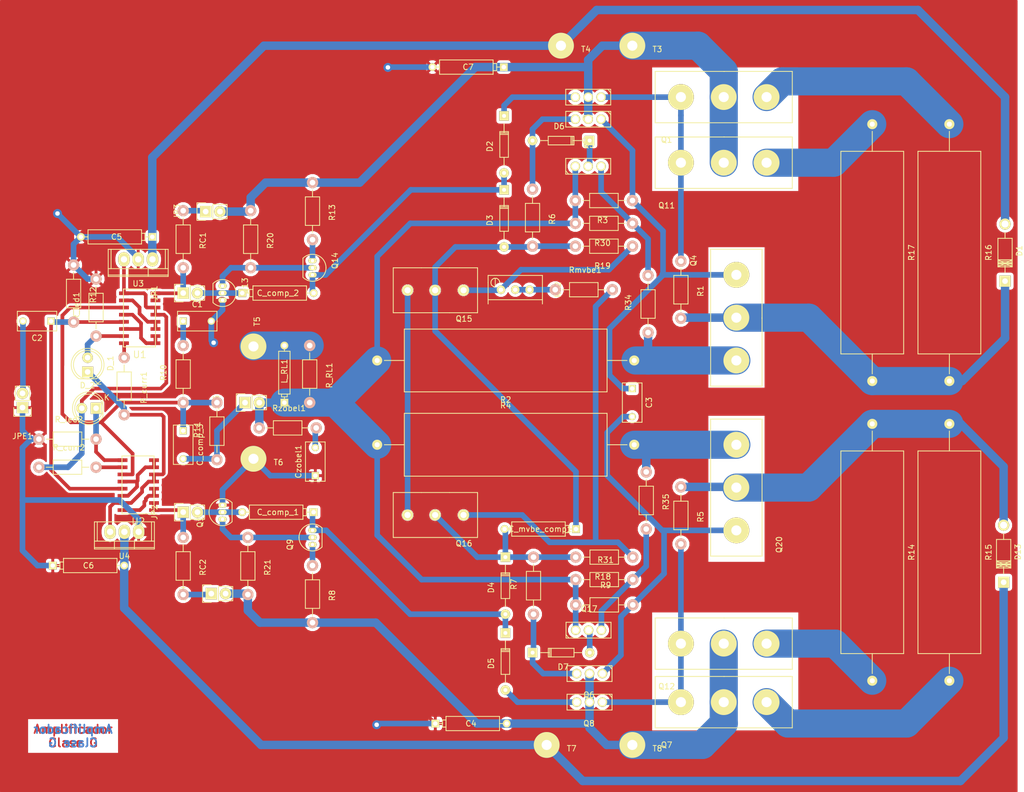
<source format=kicad_pcb>
(kicad_pcb (version 20170123) (host pcbnew "(2017-02-08 revision 0dc11936a)-master")
  (layers (0 F.Cu signal) (31 B.Cu signal) (34 B.Paste user) (35 F.Paste user) (36 B.SilkS user) (37 F.SilkS user) (38 B.Mask user) (39 F.Mask user) (44 Edge.Cuts user))
  (net 0 "")
  (net 1 "Net-(C1-Pad1)")
  (net 2 "Net-(C2-Pad1)")
  (net 3 Entrada)
  (net 4 "Net-(C3-Pad1)")
  (net 5 "Net-(C3-Pad2)")
  (net 6 -50)
  (net 7 +15)
  (net 8 -15)
  (net 9 +50)
  (net 10 "Net-(Czobel1-Pad2)")
  (net 11 "Net-(C_comp_1-Pad1)")
  (net 12 "Net-(C_comp_1-Pad2)")
  (net 13 "Net-(C_comp_2-Pad1)")
  (net 14 "Net-(C_comp_2-Pad2)")
  (net 15 "Net-(C_comp_3-Pad1)")
  (net 16 "Net-(C_comp_3-Pad2)")
  (net 17 "Net-(C_mvbe_comp1-Pad1)")
  (net 18 "Net-(C_mvbe_comp1-Pad2)")
  (net 19 "Net-(D1-Pad1)")
  (net 20 "Net-(D2-Pad1)")
  (net 21 "Net-(D5-Pad2)")
  (net 22 "Net-(D6-Pad2)")
  (net 23 "Net-(D6-Pad1)")
  (net 24 "Net-(D7-Pad2)")
  (net 25 "Net-(D7-Pad1)")
  (net 26 "Net-(D13-Pad2)")
  (net 27 "Net-(D_1-Pad1)")
  (net 28 "Net-(D_1-Pad2)")
  (net 29 "Net-(D_2-Pad1)")
  (net 30 "Net-(D_2-Pad2)")
  (net 31 "Net-(JP1-Pad1)")
  (net 32 "Net-(JP2-Pad1)")
  (net 33 "Net-(JP3-Pad1)")
  (net 34 "Net-(JP4-Pad1)")
  (net 35 Realim)
  (net 36 Salida)
  (net 37 "Net-(Q1-Pad1)")
  (net 38 "Net-(Q1-Pad3)")
  (net 39 "Net-(Q4-Pad3)")
  (net 40 "Net-(Q12-Pad1)")
  (net 41 "Net-(Q7-Pad3)")
  (net 42 "Net-(Q10-Pad1)")
  (net 43 "Net-(Q9-Pad1)")
  (net 44 "Net-(Q11-Pad3)")
  (net 45 "Net-(Q12-Pad3)")
  (net 46 "Net-(Q13-Pad1)")
  (net 47 "Net-(Q14-Pad1)")
  (net 48 "Net-(Q15-Pad1)")
  (net 49 "Net-(Q15-Pad3)")
  (net 50 "Net-(Q16-Pad3)")
  (net 51 "Net-(Q17-Pad3)")
  (net 52 "Net-(Q20-Pad3)")
  (net 53 "Net-(RV2-Pad2)")
  (net 54 "Net-(R_curr1-Pad1)")
  (net 55 "Net-(R_curr2-Pad2)")
  (net 56 "Net-(U1-Pad1)")
  (net 57 "Net-(U1-Pad10)")
  (net 58 "Net-(U2-Pad16)")
  (net 59 "Net-(U2-Pad12)")
  (net 60 "Net-(Q5-Pad3)")
  (net 61 SalidaGND)
  (module bibliotecas:DT-25-B01W-03 (layer F.Cu) (at 173.736 44.958)
    (fp_text reference Q11 (at -10.16 7.62) (layer F.SilkS))
    (fp_text value 2SC3281)
    (pad 1 thru_hole circle (at -7.62 0) (size 4.6 4.6) (drill 1.8) (layers *.Mask B.Cu F.SilkS) (net 37 "Net-(Q1-Pad1)"))
    (pad 2 thru_hole circle (at 0 0) (size 4.6 4.6) (drill 1.8) (layers *.Mask B.Cu F.SilkS) (net 9 +50))
    (pad 3 thru_hole circle (at 7.62 0) (size 4.6 4.6) (drill 1.8) (layers *.Mask B.Cu F.SilkS) (net 44 "Net-(Q11-Pad3)"))
  )
  (module bibliotecas:DT-25-B01W-03 (layer F.Cu) (at 175.98 72.54 270)
    (fp_text reference Q4 (at -10.16 7.62 270) (layer F.SilkS))
    (fp_text value 2SC3281)
    (pad 1 thru_hole circle (at -7.62 0 270) (size 4.6 4.6) (drill 1.8) (layers *.Mask B.Cu F.SilkS) (net 4 "Net-(C3-Pad1)"))
    (pad 2 thru_hole circle (at 0 0 270) (size 4.6 4.6) (drill 1.8) (layers *.Mask B.Cu F.SilkS) (net 19 "Net-(D1-Pad1)"))
    (pad 3 thru_hole circle (at 7.62 0 270) (size 4.6 4.6) (drill 1.8) (layers *.Mask B.Cu F.SilkS) (net 39 "Net-(Q4-Pad3)"))
  )
  (module bibliotecas:DT-25-B01W-03 (layer F.Cu) (at 175.98 102.78 90)
    (fp_text reference Q20 (at -10.16 7.62 90) (layer F.SilkS))
    (fp_text value 2SA1302)
    (pad 1 thru_hole circle (at -7.62 0 90) (size 4.6 4.6) (drill 1.8) (layers *.Mask B.Cu F.SilkS) (net 5 "Net-(C3-Pad2)"))
    (pad 2 thru_hole circle (at 0 0 90) (size 4.6 4.6) (drill 1.8) (layers *.Mask B.Cu F.SilkS) (net 26 "Net-(D13-Pad2)"))
    (pad 3 thru_hole circle (at 7.62 0 90) (size 4.6 4.6) (drill 1.8) (layers *.Mask B.Cu F.SilkS) (net 52 "Net-(Q20-Pad3)"))
  )
  (module bibliotecas:DT-25-B01W-03 (layer F.Cu) (at 173.736 33.274)
    (fp_text reference Q1 (at -10.16 7.62) (layer F.SilkS))
    (fp_text value 2SC3281)
    (pad 1 thru_hole circle (at -7.62 0) (size 4.6 4.6) (drill 1.8) (layers *.Mask B.Cu F.SilkS) (net 37 "Net-(Q1-Pad1)"))
    (pad 2 thru_hole circle (at 0 0) (size 4.6 4.6) (drill 1.8) (layers *.Mask B.Cu F.SilkS) (net 9 +50))
    (pad 3 thru_hole circle (at 7.62 0) (size 4.6 4.6) (drill 1.8) (layers *.Mask B.Cu F.SilkS) (net 38 "Net-(Q1-Pad3)"))
  )
  (module Diodes_ThroughHole:Diode_DO-35_SOD27_Horizontal_RM10 (layer F.Cu) (at 149.88252 41.02146 180)
    (fp_text reference D6 (at 5.43052 2.53746 180) (layer F.SilkS))
    (fp_text value D1N4148)
    (pad 2 thru_hole circle (at 10.16052 -0.00254) (size 1.69926 1.69926) (drill 0.70104) (layers *.Cu *.Mask F.SilkS) (net 22 "Net-(D6-Pad2)"))
    (pad 1 thru_hole rect (at 0.00052 -0.00254) (size 1.69926 1.69926) (drill 0.70104) (layers *.Cu *.Mask F.SilkS) (net 23 "Net-(D6-Pad1)"))
  )
  (module Discret:CP5 (layer F.Cu) (at 141.1 110.16 180)
    (fp_text reference C_mvbe_comp1 (at 0 0 180) (layer F.SilkS))
    (fp_text value 20n)
    (pad 1 thru_hole rect (at -6.35 0 180) (size 1.397 1.397) (drill 0.8128) (layers *.Cu *.Mask F.SilkS) (net 17 "Net-(C_mvbe_comp1-Pad1)"))
    (pad 2 thru_hole circle (at 6.35 0 180) (size 1.397 1.397) (drill 0.8128) (layers *.Cu *.Mask F.SilkS) (net 18 "Net-(C_mvbe_comp1-Pad2)"))
  )
  (module Resistors_ThroughHole:Resistor_Horizontal_RM10mm (layer F.Cu) (at 157.556 115.16 180)
    (fp_text reference R18 (at 5.32892 -3.50012 180) (layer F.SilkS))
    (fp_text value 150R)
    (pad 1 thru_hole circle (at 0 0 180) (size 1.99898 1.99898) (drill 1.00076) (layers *.Cu *.SilkS *.Mask) (net 50 "Net-(Q16-Pad3)"))
    (pad 2 thru_hole circle (at 10.16 0 180) (size 1.99898 1.99898) (drill 1.00076) (layers *.Cu *.SilkS *.Mask) (net 18 "Net-(C_mvbe_comp1-Pad2)"))
  )
  (module Diodes_ThroughHole:Diode_DO-35_SOD27_Horizontal_RM10 (layer F.Cu) (at 139.73548 132.16254)
    (fp_text reference D7 (at 5.43052 2.53746) (layer F.SilkS))
    (fp_text value D1N4148)
    (pad 2 thru_hole circle (at 10.16052 -0.00254 180) (size 1.69926 1.69926) (drill 0.70104) (layers *.Cu *.Mask F.SilkS) (net 24 "Net-(D7-Pad2)"))
    (pad 1 thru_hole rect (at 0.00052 -0.00254 180) (size 1.69926 1.69926) (drill 0.70104) (layers *.Cu *.Mask F.SilkS) (net 25 "Net-(D7-Pad1)"))
  )
  (module Resistors_ThroughHole:Resistor_Horizontal_RM10mm (layer F.Cu) (at 147.396 119.16)
    (fp_text reference R31 (at 5.32892 -3.50012) (layer F.SilkS))
    (fp_text value 51R)
    (pad 1 thru_hole circle (at 0 0) (size 1.99898 1.99898) (drill 1.00076) (layers *.Cu *.SilkS *.Mask) (net 35 Realim))
    (pad 2 thru_hole circle (at 10.16 0) (size 1.99898 1.99898) (drill 1.00076) (layers *.Cu *.SilkS *.Mask) (net 51 "Net-(Q17-Pad3)"))
  )
  (module Resistors_ThroughHole:Resistor_Horizontal_RM10mm (layer F.Cu) (at 147.396 123.66)
    (fp_text reference R9 (at 5.32892 -3.50012) (layer F.SilkS))
    (fp_text value 100R)
    (pad 1 thru_hole circle (at 0 0) (size 1.99898 1.99898) (drill 1.00076) (layers *.Cu *.SilkS *.Mask) (net 35 Realim))
    (pad 2 thru_hole circle (at 10.16 0) (size 1.99898 1.99898) (drill 1.00076) (layers *.Cu *.SilkS *.Mask) (net 5 "Net-(C3-Pad2)"))
  )
  (module TO_SOT_Packages_THT:SOT126_SOT32_Housing_Vertical (layer F.Cu) (at 149.68708 128.16)
    (fp_text reference Q17 (at 0.09906 -3.79984) (layer F.SilkS))
    (fp_text value MJE350)
    (pad 2 thru_hole circle (at 0 0) (size 1.69926 1.69926) (drill 1.19888) (layers *.Cu *.Mask F.SilkS) (net 24 "Net-(D7-Pad2)"))
    (pad 1 thru_hole circle (at -2.29108 0) (size 1.69926 1.69926) (drill 1.19888) (layers *.Cu *.Mask F.SilkS) (net 35 Realim))
    (pad 3 thru_hole circle (at 2.29108 0) (size 1.69926 1.69926) (drill 1.19888) (layers *.Cu *.Mask F.SilkS) (net 51 "Net-(Q17-Pad3)"))
  )
  (module Resistors_ThroughHole:Resistor_Horizontal_RM10mm (layer F.Cu) (at 77.586 111.66 270)
    (fp_text reference RC2 (at 5.32892 -3.50012 270) (layer F.SilkS))
    (fp_text value 2.4k)
    (pad 1 thru_hole circle (at 0 0 270) (size 1.99898 1.99898) (drill 1.00076) (layers *.Cu *.SilkS *.Mask) (net 32 "Net-(JP2-Pad1)"))
    (pad 2 thru_hole circle (at 10.16 0 270) (size 1.99898 1.99898) (drill 1.00076) (layers *.Cu *.SilkS *.Mask) (net 34 "Net-(JP4-Pad1)"))
  )
  (module Pin_Headers:Pin_Header_Straight_1x02 (layer F.Cu) (at 82.586 121.66 90)
    (fp_text reference JP4 (at 0 -5.1 90) (layer F.SilkS))
    (fp_text value JUMPER)
    (pad 1 thru_hole rect (at 0 0 90) (size 2.032 2.032) (drill 1.016) (layers *.Cu *.Mask F.SilkS) (net 34 "Net-(JP4-Pad1)"))
    (pad 2 thru_hole oval (at 0 2.54 90) (size 2.032 2.032) (drill 1.016) (layers *.Cu *.Mask F.SilkS) (net 6 -50))
  )
  (module Resistors_ThroughHole:Resistor_Horizontal_RM10mm (layer F.Cu) (at 89.086 111.66 270)
    (fp_text reference R21 (at 5.32892 -3.50012 270) (layer F.SilkS))
    (fp_text value 1K)
    (pad 1 thru_hole circle (at 0 0 270) (size 1.99898 1.99898) (drill 1.00076) (layers *.Cu *.SilkS *.Mask) (net 42 "Net-(Q10-Pad1)"))
    (pad 2 thru_hole circle (at 10.16 0 270) (size 1.99898 1.99898) (drill 1.00076) (layers *.Cu *.SilkS *.Mask) (net 6 -50))
  )
  (module Capacitors_ThroughHole:C_Rect_L7_W3.5_P5 (layer F.Cu) (at 101.086 100.66 90)
    (fp_text reference Czobel1 (at 2.5 -3 90) (layer F.SilkS))
    (fp_text value 100n)
    (pad 1 thru_hole rect (at 0 0 90) (size 1.3 1.3) (drill 0.8) (layers *.Cu *.Mask F.SilkS) (net 61 SalidaGND))
    (pad 2 thru_hole circle (at 5 0 90) (size 1.3 1.3) (drill 0.8) (layers *.Cu *.Mask F.SilkS) (net 10 "Net-(Czobel1-Pad2)"))
  )
  (module Resistors_ThroughHole:Resistor_Horizontal_RM10mm (layer F.Cu) (at 91.086 92.16)
    (fp_text reference Rzobel1 (at 5.32892 -3.50012) (layer F.SilkS))
    (fp_text value 10R)
    (pad 1 thru_hole circle (at 0 0) (size 1.99898 1.99898) (drill 1.00076) (layers *.Cu *.SilkS *.Mask) (net 35 Realim))
    (pad 2 thru_hole circle (at 10.16 0) (size 1.99898 1.99898) (drill 1.00076) (layers *.Cu *.SilkS *.Mask) (net 10 "Net-(Czobel1-Pad2)"))
  )
  (module Pin_Headers:Pin_Header_Straight_1x02 (layer F.Cu) (at 88.586 87.66 90)
    (fp_text reference JP5 (at 0 -5.1 90) (layer F.SilkS))
    (fp_text value JUMPER)
    (pad 1 thru_hole rect (at 0 0 90) (size 2.032 2.032) (drill 1.016) (layers *.Cu *.Mask F.SilkS) (net 16 "Net-(C_comp_3-Pad2)"))
    (pad 2 thru_hole oval (at 0 2.54 90) (size 2.032 2.032) (drill 1.016) (layers *.Cu *.Mask F.SilkS) (net 35 Realim))
  )
  (module Resistors_ThroughHole:Resistor_Horizontal_RM10mm (layer F.Cu) (at 100.086 77.5 270)
    (fp_text reference R_RL1 (at 5.32892 -3.50012 270) (layer F.SilkS))
    (fp_text value 10R)
    (pad 1 thru_hole circle (at 0 0 270) (size 1.99898 1.99898) (drill 1.00076) (layers *.Cu *.SilkS *.Mask) (net 36 Salida))
    (pad 2 thru_hole circle (at 10.16 0 270) (size 1.99898 1.99898) (drill 1.00076) (layers *.Cu *.SilkS *.Mask) (net 35 Realim))
  )
  (module bibliotecas:TORNILLO (layer F.Cu) (at 90.086 100.2)
    (fp_text reference T6 (at 4.445 -1.905) (layer F.SilkS))
    (fp_text value TORNILLO)
    (pad 1 thru_hole circle (at 0 -2.54) (size 4.6 4.6) (drill 1.8) (layers *.Mask B.Cu F.SilkS) (net 61 SalidaGND))
  )
  (module Discret:CP4 (layer F.Cu) (at 95.586 82.58 90)
    (fp_text reference L_RL1 (at 0.508 0 90) (layer F.SilkS))
    (fp_text value 5u)
    (pad 1 thru_hole rect (at -5.08 0 90) (size 1.397 1.397) (drill 0.8128) (layers *.Cu *.Mask F.SilkS) (net 35 Realim))
    (pad 2 thru_hole circle (at 5.08 0 90) (size 1.397 1.397) (drill 0.8128) (layers *.Cu *.Mask F.SilkS) (net 36 Salida))
  )
  (module bibliotecas:TORNILLO (layer F.Cu) (at 92.626 77.66 90)
    (fp_text reference T5 (at 4.445 -1.905 90) (layer F.SilkS))
    (fp_text value TORNILLO)
    (pad 1 thru_hole circle (at 0 -2.54 90) (size 4.6 4.6) (drill 1.8) (layers *.Mask B.Cu F.SilkS) (net 36 Salida))
  )
  (module Resistors_ThroughHole:Resistor_Horizontal_RM10mm (layer F.Cu) (at 51.926 99.16)
    (fp_text reference R_curr2 (at 5.32892 -3.50012) (layer F.SilkS))
    (fp_text value 820R)
    (pad 1 thru_hole circle (at 0 0) (size 1.99898 1.99898) (drill 1.00076) (layers *.Cu *.SilkS *.Mask) (net 30 "Net-(D_2-Pad2)"))
    (pad 2 thru_hole circle (at 10.16 0) (size 1.99898 1.99898) (drill 1.00076) (layers *.Cu *.SilkS *.Mask) (net 55 "Net-(R_curr2-Pad2)"))
  )
  (module Resistors_ThroughHole:Resistor_Horizontal_RM10mm (layer F.Cu) (at 51.926 94.16)
    (fp_text reference R_led2 (at 5.32892 -3.50012) (layer F.SilkS))
    (fp_text value 6.8k)
    (pad 1 thru_hole circle (at 0 0) (size 1.99898 1.99898) (drill 1.00076) (layers *.Cu *.SilkS *.Mask) (net 61 SalidaGND))
    (pad 2 thru_hole circle (at 10.16 0) (size 1.99898 1.99898) (drill 1.00076) (layers *.Cu *.SilkS *.Mask) (net 29 "Net-(D_2-Pad1)"))
  )
  (module Pin_Headers:Pin_Header_Straight_1x02 (layer F.Cu) (at 77.586 107.16 90)
    (fp_text reference JP2 (at 0 -5.1 90) (layer F.SilkS))
    (fp_text value JUMPER)
    (pad 1 thru_hole rect (at 0 0 90) (size 2.032 2.032) (drill 1.016) (layers *.Cu *.Mask F.SilkS) (net 32 "Net-(JP2-Pad1)"))
    (pad 2 thru_hole oval (at 0 2.54 90) (size 2.032 2.032) (drill 1.016) (layers *.Cu *.Mask F.SilkS) (net 12 "Net-(C_comp_1-Pad2)"))
  )
  (module pcb:SOIC-16 (layer F.Cu) (at 69.596 102.348 90)
    (fp_text reference U2 (at -6.47 0 180) (layer F.SilkS) (effects (font (size 1.2 1.2))))
    (fp_text value MMPQ2907A)
    (pad 16 smd rect (at -4.445 -2.8 90) (size 0.65 1.75) (layers F.Cu F.Paste F.Mask) (net 58 "Net-(U2-Pad16)"))
    (pad 1 smd rect (at -4.445 2.8 90) (size 0.65 1.75) (layers F.Cu F.Paste F.Mask) (net 32 "Net-(JP2-Pad1)"))
    (pad 15 smd rect (at -3.175 -2.8 90) (size 0.65 1.75) (layers F.Cu F.Paste F.Mask) (net 27 "Net-(D_1-Pad1)"))
    (pad 2 smd rect (at -3.175 2.8 90) (size 0.65 1.75) (layers F.Cu F.Paste F.Mask) (net 32 "Net-(JP2-Pad1)"))
    (pad 14 smd rect (at -1.905 -2.8 90) (size 0.65 1.75) (layers F.Cu F.Paste F.Mask) (net 59 "Net-(U2-Pad12)"))
    (pad 3 smd rect (at -1.905 2.8 90) (size 0.65 1.75) (layers F.Cu F.Paste F.Mask) (net 58 "Net-(U2-Pad16)"))
    (pad 13 smd rect (at -0.635 -2.8 90) (size 0.65 1.75) (layers F.Cu F.Paste F.Mask) (net 2 "Net-(C2-Pad1)"))
    (pad 4 smd rect (at -0.635 2.8 90) (size 0.65 1.75) (layers F.Cu F.Paste F.Mask) (net 58 "Net-(U2-Pad16)"))
    (pad 12 smd rect (at 0.635 -2.8 90) (size 0.65 1.75) (layers F.Cu F.Paste F.Mask) (net 59 "Net-(U2-Pad12)"))
    (pad 5 smd rect (at 0.635 2.8 90) (size 0.65 1.75) (layers F.Cu F.Paste F.Mask) (net 27 "Net-(D_1-Pad1)"))
    (pad 11 smd rect (at 1.905 -2.8 90) (size 0.65 1.75) (layers F.Cu F.Paste F.Mask) (net 15 "Net-(C_comp_3-Pad1)"))
    (pad 6 smd rect (at 1.905 2.8 90) (size 0.65 1.75) (layers F.Cu F.Paste F.Mask) (net 27 "Net-(D_1-Pad1)"))
    (pad 10 smd rect (at 3.175 -2.8 90) (size 0.65 1.75) (layers F.Cu F.Paste F.Mask) (net 55 "Net-(R_curr2-Pad2)"))
    (pad 7 smd rect (at 3.175 2.8 90) (size 0.65 1.75) (layers F.Cu F.Paste F.Mask) (net 59 "Net-(U2-Pad12)"))
    (pad 9 smd rect (at 4.445 -2.8 90) (size 0.65 1.75) (layers F.Cu F.Paste F.Mask) (net 29 "Net-(D_2-Pad1)"))
    (pad 8 smd rect (at 4.445 2.8 90) (size 0.65 1.75) (layers F.Cu F.Paste F.Mask) (net 59 "Net-(U2-Pad12)"))
  )
  (module LEDs:LED-5MM (layer F.Cu) (at 60.586 82.2 90)
    (fp_text reference D_1 (at 1.524 4.064 90) (layer F.SilkS))
    (fp_text value LED)
    (fp_text user K (at -1.905 1.905 90) (layer F.SilkS))
    (pad 1 thru_hole rect (at 0 0 180) (size 2 1.9) (drill 1.00076) (layers *.Cu *.Mask F.SilkS) (net 27 "Net-(D_1-Pad1)"))
    (pad 2 thru_hole circle (at 2.54 0 90) (size 1.9 1.9) (drill 1.00076) (layers *.Cu *.Mask F.SilkS) (net 28 "Net-(D_1-Pad2)"))
  )
  (module Resistors_ThroughHole:Resistor_Ceramic_Horizontal_L36mm-W11mm-H10mm-p45mm (layer F.Cu) (at 134.95 95.16)
    (fp_text reference R4 (at 0 -6.985) (layer F.SilkS))
    (fp_text value 0R25)
    (pad 1 thru_hole circle (at -22.86 0 180) (size 1.8 1.8) (drill 0.9) (layers *.Cu *.Mask F.SilkS) (net 35 Realim))
    (pad 2 thru_hole circle (at 22.86 0 180) (size 1.8 1.8) (drill 0.9) (layers *.Cu *.Mask F.SilkS) (net 52 "Net-(Q20-Pad3)"))
  )
  (module Capacitors_ThroughHole:C_Rect_L7_W3.5_P5 (layer F.Cu) (at 77.586 73.16)
    (fp_text reference C1 (at 2.5 -3) (layer F.SilkS))
    (fp_text value 1m)
    (pad 1 thru_hole rect (at 0 0) (size 1.3 1.3) (drill 0.8) (layers *.Cu *.Mask F.SilkS) (net 1 "Net-(C1-Pad1)"))
    (pad 2 thru_hole circle (at 5 0) (size 1.3 1.3) (drill 0.8) (layers *.Cu *.Mask F.SilkS) (net 61 SalidaGND))
  )
  (module Capacitors_ThroughHole:C_Rect_L7_W3.5_P5 (layer F.Cu) (at 54.086 73.16 180)
    (fp_text reference C2 (at 2.5 -3 180) (layer F.SilkS))
    (fp_text value 47u)
    (pad 1 thru_hole rect (at 0 0 180) (size 1.3 1.3) (drill 0.8) (layers *.Cu *.Mask F.SilkS) (net 2 "Net-(C2-Pad1)"))
    (pad 2 thru_hole circle (at 5 0 180) (size 1.3 1.3) (drill 0.8) (layers *.Cu *.Mask F.SilkS) (net 3 Entrada))
  )
  (module Capacitors_ThroughHole:C_Rect_L7_W3.5_P5 (layer F.Cu) (at 157.45 85.16 270)
    (fp_text reference C3 (at 2.5 -3 270) (layer F.SilkS))
    (fp_text value 10n)
    (pad 1 thru_hole rect (at 0 0 270) (size 1.3 1.3) (drill 0.8) (layers *.Cu *.Mask F.SilkS) (net 4 "Net-(C3-Pad1)"))
    (pad 2 thru_hole circle (at 5 0 270) (size 1.3 1.3) (drill 0.8) (layers *.Cu *.Mask F.SilkS) (net 5 "Net-(C3-Pad2)"))
  )
  (module Discret:CP5 (layer F.Cu) (at 128.778 144.78)
    (fp_text reference C4 (at 0 0) (layer F.SilkS))
    (fp_text value 220u)
    (pad 1 thru_hole rect (at -6.35 0) (size 1.397 1.397) (drill 0.8128) (layers *.Cu *.Mask F.SilkS) (net 61 SalidaGND))
    (pad 2 thru_hole circle (at 6.35 0) (size 1.397 1.397) (drill 0.8128) (layers *.Cu *.Mask F.SilkS) (net 6 -50))
  )
  (module Discret:CP5 (layer F.Cu) (at 65.736 58.16 180)
    (fp_text reference C5 (at 0 0 180) (layer F.SilkS))
    (fp_text value 220u)
    (pad 1 thru_hole rect (at -6.35 0 180) (size 1.397 1.397) (drill 0.8128) (layers *.Cu *.Mask F.SilkS) (net 7 +15))
    (pad 2 thru_hole circle (at 6.35 0 180) (size 1.397 1.397) (drill 0.8128) (layers *.Cu *.Mask F.SilkS) (net 61 SalidaGND))
  )
  (module Discret:CP5 (layer F.Cu) (at 60.736 116.66)
    (fp_text reference C6 (at 0 0) (layer F.SilkS))
    (fp_text value 220u)
    (pad 1 thru_hole rect (at -6.35 0) (size 1.397 1.397) (drill 0.8128) (layers *.Cu *.Mask F.SilkS) (net 61 SalidaGND))
    (pad 2 thru_hole circle (at 6.35 0) (size 1.397 1.397) (drill 0.8128) (layers *.Cu *.Mask F.SilkS) (net 8 -15))
  )
  (module Discret:CP5 (layer F.Cu) (at 128.27 27.94 180)
    (fp_text reference C7 (at 0 0 180) (layer F.SilkS))
    (fp_text value 220u)
    (pad 1 thru_hole rect (at -6.35 0 180) (size 1.397 1.397) (drill 0.8128) (layers *.Cu *.Mask F.SilkS) (net 9 +50))
    (pad 2 thru_hole circle (at 6.35 0 180) (size 1.397 1.397) (drill 0.8128) (layers *.Cu *.Mask F.SilkS) (net 61 SalidaGND))
  )
  (module Discret:CP5 (layer F.Cu) (at 94.436 107.16 180)
    (fp_text reference C_comp_1 (at 0 0 180) (layer F.SilkS))
    (fp_text value 40p)
    (pad 1 thru_hole rect (at -6.35 0 180) (size 1.397 1.397) (drill 0.8128) (layers *.Cu *.Mask F.SilkS) (net 11 "Net-(C_comp_1-Pad1)"))
    (pad 2 thru_hole circle (at 6.35 0 180) (size 1.397 1.397) (drill 0.8128) (layers *.Cu *.Mask F.SilkS) (net 12 "Net-(C_comp_1-Pad2)"))
  )
  (module Discret:CP5 (layer F.Cu) (at 94.436 68.16)
    (fp_text reference C_comp_2 (at 0 0) (layer F.SilkS))
    (fp_text value 40p)
    (pad 1 thru_hole rect (at -6.35 0) (size 1.397 1.397) (drill 0.8128) (layers *.Cu *.Mask F.SilkS) (net 13 "Net-(C_comp_2-Pad1)"))
    (pad 2 thru_hole circle (at 6.35 0) (size 1.397 1.397) (drill 0.8128) (layers *.Cu *.Mask F.SilkS) (net 14 "Net-(C_comp_2-Pad2)"))
  )
  (module Capacitors_ThroughHole:C_Rect_L7_W3.5_P5 (layer F.Cu) (at 77.586 92.66 270)
    (fp_text reference C_comp_3 (at 2.5 -3 270) (layer F.SilkS))
    (fp_text value 4p)
    (pad 1 thru_hole rect (at 0 0 270) (size 1.3 1.3) (drill 0.8) (layers *.Cu *.Mask F.SilkS) (net 15 "Net-(C_comp_3-Pad1)"))
    (pad 2 thru_hole circle (at 5 0 270) (size 1.3 1.3) (drill 0.8) (layers *.Cu *.Mask F.SilkS) (net 16 "Net-(C_comp_3-Pad2)"))
  )
  (module Diodes_ThroughHole:Diode_DO-41_SOD81_Horizontal_RM10 (layer F.Cu) (at 223.77654 66.04 90)
    (fp_text reference D1 (at 5.38734 2.53746 90) (layer F.SilkS))
    (fp_text value MBR1645)
    (pad 2 thru_hole circle (at 10.16 -0.00254 270) (size 1.99898 1.99898) (drill 1.27) (layers *.Cu *.Mask F.SilkS) (net 7 +15))
    (pad 1 thru_hole rect (at 0 -0.00254 270) (size 1.99898 1.99898) (drill 1.00076) (layers *.Cu *.Mask F.SilkS) (net 19 "Net-(D1-Pad1)"))
  )
  (module Diodes_ThroughHole:Diode_DO-35_SOD27_Horizontal_RM10 (layer F.Cu) (at 134.66146 36.62948 270)
    (fp_text reference D2 (at 5.43052 2.53746 270) (layer F.SilkS))
    (fp_text value D1N4148)
    (pad 2 thru_hole circle (at 10.16052 -0.00254 90) (size 1.69926 1.69926) (drill 0.70104) (layers *.Cu *.Mask F.SilkS) (net 14 "Net-(C_comp_2-Pad2)"))
    (pad 1 thru_hole rect (at 0.00052 -0.00254 90) (size 1.69926 1.69926) (drill 0.70104) (layers *.Cu *.Mask F.SilkS) (net 20 "Net-(D2-Pad1)"))
  )
  (module Diodes_ThroughHole:Diode_DO-35_SOD27_Horizontal_RM10 (layer F.Cu) (at 134.66146 49.78948 270)
    (fp_text reference D3 (at 5.43052 2.53746 270) (layer F.SilkS))
    (fp_text value D1N746)
    (pad 2 thru_hole circle (at 10.16052 -0.00254 90) (size 1.69926 1.69926) (drill 0.70104) (layers *.Cu *.Mask F.SilkS) (net 17 "Net-(C_mvbe_comp1-Pad1)"))
    (pad 1 thru_hole rect (at 0.00052 -0.00254 90) (size 1.69926 1.69926) (drill 0.70104) (layers *.Cu *.Mask F.SilkS) (net 14 "Net-(C_comp_2-Pad2)"))
  )
  (module Diodes_ThroughHole:Diode_DO-35_SOD27_Horizontal_RM10 (layer F.Cu) (at 134.89346 115.15948 270)
    (fp_text reference D4 (at 5.43052 2.53746 270) (layer F.SilkS))
    (fp_text value D1N746)
    (pad 2 thru_hole circle (at 10.16052 -0.00254 90) (size 1.69926 1.69926) (drill 0.70104) (layers *.Cu *.Mask F.SilkS) (net 11 "Net-(C_comp_1-Pad1)"))
    (pad 1 thru_hole rect (at 0.00052 -0.00254 90) (size 1.69926 1.69926) (drill 0.70104) (layers *.Cu *.Mask F.SilkS) (net 18 "Net-(C_mvbe_comp1-Pad2)"))
  )
  (module Diodes_ThroughHole:Diode_DO-35_SOD27_Horizontal_RM10 (layer F.Cu) (at 134.896 128.66 270)
    (fp_text reference D5 (at 5.43052 2.53746 270) (layer F.SilkS))
    (fp_text value D1N4148)
    (pad 2 thru_hole circle (at 10.16052 -0.00254 90) (size 1.69926 1.69926) (drill 0.70104) (layers *.Cu *.Mask F.SilkS) (net 21 "Net-(D5-Pad2)"))
    (pad 1 thru_hole rect (at 0.00052 -0.00254 90) (size 1.69926 1.69926) (drill 0.70104) (layers *.Cu *.Mask F.SilkS) (net 11 "Net-(C_comp_1-Pad1)"))
  )
  (module Diodes_ThroughHole:Diode_DO-41_SOD81_Horizontal_RM10 (layer F.Cu) (at 223.52254 119.634 90)
    (fp_text reference D13 (at 5.38734 2.53746 90) (layer F.SilkS))
    (fp_text value D)
    (pad 2 thru_hole circle (at 10.16 -0.00254 270) (size 1.99898 1.99898) (drill 1.27) (layers *.Cu *.Mask F.SilkS) (net 26 "Net-(D13-Pad2)"))
    (pad 1 thru_hole rect (at 0 -0.00254 270) (size 1.99898 1.99898) (drill 1.00076) (layers *.Cu *.Mask F.SilkS) (net 8 -15))
  )
  (module LEDs:LED-5MM (layer F.Cu) (at 62.086 88.66 180)
    (fp_text reference D_2 (at 1.524 4.064 180) (layer F.SilkS))
    (fp_text value LED)
    (fp_text user K (at -1.905 1.905 180) (layer F.SilkS))
    (pad 1 thru_hole rect (at 0 0 270) (size 2 1.9) (drill 1.00076) (layers *.Cu *.Mask F.SilkS) (net 29 "Net-(D_2-Pad1)"))
    (pad 2 thru_hole circle (at 2.54 0 180) (size 1.9 1.9) (drill 1.00076) (layers *.Cu *.Mask F.SilkS) (net 30 "Net-(D_2-Pad2)"))
  )
  (module Pin_Headers:Pin_Header_Straight_1x02 (layer F.Cu) (at 77.586 68.16 90)
    (fp_text reference JP1 (at 0 -5.1 90) (layer F.SilkS))
    (fp_text value JUMPER)
    (pad 1 thru_hole rect (at 0 0 90) (size 2.032 2.032) (drill 1.016) (layers *.Cu *.Mask F.SilkS) (net 31 "Net-(JP1-Pad1)"))
    (pad 2 thru_hole oval (at 0 2.54 90) (size 2.032 2.032) (drill 1.016) (layers *.Cu *.Mask F.SilkS) (net 13 "Net-(C_comp_2-Pad1)"))
  )
  (module Pin_Headers:Pin_Header_Straight_1x02 (layer F.Cu) (at 81.586 53.66 90)
    (fp_text reference JP3 (at 0 -5.1 90) (layer F.SilkS))
    (fp_text value JUMPER)
    (pad 1 thru_hole rect (at 0 0 90) (size 2.032 2.032) (drill 1.016) (layers *.Cu *.Mask F.SilkS) (net 33 "Net-(JP3-Pad1)"))
    (pad 2 thru_hole oval (at 0 2.54 90) (size 2.032 2.032) (drill 1.016) (layers *.Cu *.Mask F.SilkS) (net 9 +50))
  )
  (module TO_SOT_Packages_THT:SOT126_SOT32_Housing_Vertical (layer F.Cu) (at 149.628 33.29 180)
    (fp_text reference Q2 (at 0.09906 -3.79984 180) (layer F.SilkS))
    (fp_text value MJE340)
    (pad 2 thru_hole circle (at 0 0 180) (size 1.69926 1.69926) (drill 1.19888) (layers *.Cu *.Mask F.SilkS) (net 9 +50))
    (pad 1 thru_hole circle (at -2.29108 0 180) (size 1.69926 1.69926) (drill 1.19888) (layers *.Cu *.Mask F.SilkS) (net 37 "Net-(Q1-Pad1)"))
    (pad 3 thru_hole circle (at 2.29108 0 180) (size 1.69926 1.69926) (drill 1.19888) (layers *.Cu *.Mask F.SilkS) (net 20 "Net-(D2-Pad1)"))
  )
  (module TO_SOT_Packages_THT:SOT126_SOT32_Housing_Vertical (layer F.Cu) (at 149.63308 37.214 180)
    (fp_text reference Q3 (at 0.09906 -3.79984 180) (layer F.SilkS))
    (fp_text value MJE340)
    (pad 2 thru_hole circle (at 0 0 180) (size 1.69926 1.69926) (drill 1.19888) (layers *.Cu *.Mask F.SilkS) (net 9 +50))
    (pad 1 thru_hole circle (at -2.29108 0 180) (size 1.69926 1.69926) (drill 1.19888) (layers *.Cu *.Mask F.SilkS) (net 4 "Net-(C3-Pad1)"))
    (pad 3 thru_hole circle (at 2.29108 0 180) (size 1.69926 1.69926) (drill 1.19888) (layers *.Cu *.Mask F.SilkS) (net 22 "Net-(D6-Pad2)"))
  )
  (module TO_SOT_Packages_THT:SOT126_SOT32_Housing_Vertical (layer F.Cu) (at 149.86508 135.89 180)
    (fp_text reference Q6 (at 0.09906 -3.79984 180) (layer F.SilkS))
    (fp_text value MJE350)
    (pad 2 thru_hole circle (at 0 0 180) (size 1.69926 1.69926) (drill 1.19888) (layers *.Cu *.Mask F.SilkS) (net 6 -50))
    (pad 1 thru_hole circle (at -2.29108 0 180) (size 1.69926 1.69926) (drill 1.19888) (layers *.Cu *.Mask F.SilkS) (net 5 "Net-(C3-Pad2)"))
    (pad 3 thru_hole circle (at 2.29108 0 180) (size 1.69926 1.69926) (drill 1.19888) (layers *.Cu *.Mask F.SilkS) (net 25 "Net-(D7-Pad1)"))
  )
  (module bibliotecas:DT-25-B01W-03 (layer F.Cu) (at 173.736 140.97)
    (fp_text reference Q7 (at -10.16 7.62) (layer F.SilkS))
    (fp_text value 2SA1302)
    (pad 1 thru_hole circle (at -7.62 0) (size 4.6 4.6) (drill 1.8) (layers *.Mask B.Cu F.SilkS) (net 40 "Net-(Q12-Pad1)"))
    (pad 2 thru_hole circle (at 0 0) (size 4.6 4.6) (drill 1.8) (layers *.Mask B.Cu F.SilkS) (net 6 -50))
    (pad 3 thru_hole circle (at 7.62 0) (size 4.6 4.6) (drill 1.8) (layers *.Mask B.Cu F.SilkS) (net 41 "Net-(Q7-Pad3)"))
  )
  (module TO_SOT_Packages_THT:SOT126_SOT32_Housing_Vertical (layer F.Cu) (at 149.86508 140.97 180)
    (fp_text reference Q8 (at 0.09906 -3.79984 180) (layer F.SilkS))
    (fp_text value MJE350)
    (pad 2 thru_hole circle (at 0 0 180) (size 1.69926 1.69926) (drill 1.19888) (layers *.Cu *.Mask F.SilkS) (net 6 -50))
    (pad 1 thru_hole circle (at -2.29108 0 180) (size 1.69926 1.69926) (drill 1.19888) (layers *.Cu *.Mask F.SilkS) (net 40 "Net-(Q12-Pad1)"))
    (pad 3 thru_hole circle (at 2.29108 0 180) (size 1.69926 1.69926) (drill 1.19888) (layers *.Cu *.Mask F.SilkS) (net 21 "Net-(D5-Pad2)"))
  )
  (module bibliotecas:DT-25-B01W-03 (layer F.Cu) (at 173.736 130.556)
    (fp_text reference Q12 (at -10.16 7.62) (layer F.SilkS))
    (fp_text value 2SA1302)
    (pad 1 thru_hole circle (at -7.62 0) (size 4.6 4.6) (drill 1.8) (layers *.Mask B.Cu F.SilkS) (net 40 "Net-(Q12-Pad1)"))
    (pad 2 thru_hole circle (at 0 0) (size 4.6 4.6) (drill 1.8) (layers *.Mask B.Cu F.SilkS) (net 6 -50))
    (pad 3 thru_hole circle (at 7.62 0) (size 4.6 4.6) (drill 1.8) (layers *.Mask B.Cu F.SilkS) (net 45 "Net-(Q12-Pad3)"))
  )
  (module bibliotecas:Bornera_Chica (layer F.Cu) (at 122.45 67.66)
    (fp_text reference Q15 (at 5.08 5.08) (layer F.SilkS))
    (fp_text value MJE340)
    (pad 1 thru_hole circle (at -4.95 0) (size 2 2) (drill 1.1) (layers *.Mask B.Cu F.SilkS) (net 48 "Net-(Q15-Pad1)"))
    (pad 2 thru_hole circle (at -0.05 0) (size 2 2) (drill 1.1) (layers *.Mask B.Cu F.SilkS) (net 17 "Net-(C_mvbe_comp1-Pad1)"))
    (pad 3 thru_hole circle (at 5 0) (size 2 2) (drill 1.1) (layers *.Mask B.Cu F.SilkS) (net 49 "Net-(Q15-Pad3)"))
  )
  (module bibliotecas:Bornera_Chica (layer F.Cu) (at 122.45 107.66)
    (fp_text reference Q16 (at 5.08 5.08) (layer F.SilkS))
    (fp_text value MJE350)
    (pad 1 thru_hole circle (at -4.95 0) (size 2 2) (drill 1.1) (layers *.Mask B.Cu F.SilkS) (net 48 "Net-(Q15-Pad1)"))
    (pad 2 thru_hole circle (at -0.05 0) (size 2 2) (drill 1.1) (layers *.Mask B.Cu F.SilkS) (net 18 "Net-(C_mvbe_comp1-Pad2)"))
    (pad 3 thru_hole circle (at 5 0) (size 2 2) (drill 1.1) (layers *.Mask B.Cu F.SilkS) (net 50 "Net-(Q16-Pad3)"))
  )
  (module Resistors_ThroughHole:Resistor_Horizontal_RM10mm (layer F.Cu) (at 166.116 62.484 270)
    (fp_text reference R1 (at 5.32892 -3.50012 270) (layer F.SilkS))
    (fp_text value 100R)
    (pad 1 thru_hole circle (at 0 0 270) (size 1.99898 1.99898) (drill 1.00076) (layers *.Cu *.SilkS *.Mask) (net 37 "Net-(Q1-Pad1)"))
    (pad 2 thru_hole circle (at 10.16 0 270) (size 1.99898 1.99898) (drill 1.00076) (layers *.Cu *.SilkS *.Mask) (net 19 "Net-(D1-Pad1)"))
  )
  (module Resistors_ThroughHole:Resistor_Ceramic_Horizontal_L36mm-W11mm-H10mm-p45mm (layer F.Cu) (at 134.95 80.16 180)
    (fp_text reference R2 (at 0 -6.985 180) (layer F.SilkS))
    (fp_text value 0R25)
    (pad 1 thru_hole circle (at -22.86 0) (size 1.8 1.8) (drill 0.9) (layers *.Cu *.Mask F.SilkS) (net 39 "Net-(Q4-Pad3)"))
    (pad 2 thru_hole circle (at 22.86 0) (size 1.8 1.8) (drill 0.9) (layers *.Cu *.Mask F.SilkS) (net 35 Realim))
  )
  (module Resistors_ThroughHole:Resistor_Horizontal_RM10mm (layer F.Cu) (at 157.502 51.692 180)
    (fp_text reference R3 (at 5.32892 -3.50012 180) (layer F.SilkS))
    (fp_text value 100R)
    (pad 1 thru_hole circle (at 0 0 180) (size 1.99898 1.99898) (drill 1.00076) (layers *.Cu *.SilkS *.Mask) (net 4 "Net-(C3-Pad1)"))
    (pad 2 thru_hole circle (at 10.16 0 180) (size 1.99898 1.99898) (drill 1.00076) (layers *.Cu *.SilkS *.Mask) (net 35 Realim))
  )
  (module Resistors_ThroughHole:Resistor_Horizontal_RM10mm (layer F.Cu) (at 166.116 102.66 270)
    (fp_text reference R5 (at 5.32892 -3.50012 270) (layer F.SilkS))
    (fp_text value 100R)
    (pad 1 thru_hole circle (at 0 0 270) (size 1.99898 1.99898) (drill 1.00076) (layers *.Cu *.SilkS *.Mask) (net 26 "Net-(D13-Pad2)"))
    (pad 2 thru_hole circle (at 10.16 0 270) (size 1.99898 1.99898) (drill 1.00076) (layers *.Cu *.SilkS *.Mask) (net 40 "Net-(Q12-Pad1)"))
  )
  (module Resistors_ThroughHole:Resistor_Horizontal_RM10mm (layer F.Cu) (at 139.722 49.66 270)
    (fp_text reference R6 (at 5.32892 -3.50012 270) (layer F.SilkS))
    (fp_text value 100R)
    (pad 1 thru_hole circle (at 0 0 270) (size 1.99898 1.99898) (drill 1.00076) (layers *.Cu *.SilkS *.Mask) (net 22 "Net-(D6-Pad2)"))
    (pad 2 thru_hole circle (at 10.16 0 270) (size 1.99898 1.99898) (drill 1.00076) (layers *.Cu *.SilkS *.Mask) (net 17 "Net-(C_mvbe_comp1-Pad1)"))
  )
  (module Resistors_ThroughHole:Resistor_Horizontal_RM10mm (layer F.Cu) (at 139.896 125.32 90)
    (fp_text reference R7 (at 5.32892 -3.50012 90) (layer F.SilkS))
    (fp_text value 100R)
    (pad 1 thru_hole circle (at 0 0 90) (size 1.99898 1.99898) (drill 1.00076) (layers *.Cu *.SilkS *.Mask) (net 25 "Net-(D7-Pad1)"))
    (pad 2 thru_hole circle (at 10.16 0 90) (size 1.99898 1.99898) (drill 1.00076) (layers *.Cu *.SilkS *.Mask) (net 18 "Net-(C_mvbe_comp1-Pad2)"))
  )
  (module Resistors_ThroughHole:Resistor_Horizontal_RM10mm (layer F.Cu) (at 100.586 116.66 270)
    (fp_text reference R8 (at 5.32892 -3.50012 270) (layer F.SilkS))
    (fp_text value 33R)
    (pad 1 thru_hole circle (at 0 0 270) (size 1.99898 1.99898) (drill 1.00076) (layers *.Cu *.SilkS *.Mask) (net 43 "Net-(Q9-Pad1)"))
    (pad 2 thru_hole circle (at 10.16 0 270) (size 1.99898 1.99898) (drill 1.00076) (layers *.Cu *.SilkS *.Mask) (net 6 -50))
  )
  (module Resistors_ThroughHole:Resistor_Horizontal_RM10mm (layer F.Cu) (at 77.586 87.66 90)
    (fp_text reference R10 (at 5.32892 -3.50012 90) (layer F.SilkS))
    (fp_text value 366R)
    (pad 1 thru_hole circle (at 0 0 90) (size 1.99898 1.99898) (drill 1.00076) (layers *.Cu *.SilkS *.Mask) (net 15 "Net-(C_comp_3-Pad1)"))
    (pad 2 thru_hole circle (at 10.16 0 90) (size 1.99898 1.99898) (drill 1.00076) (layers *.Cu *.SilkS *.Mask) (net 1 "Net-(C1-Pad1)"))
  )
  (module Resistors_ThroughHole:Resistor_Horizontal_RM10mm (layer F.Cu) (at 83.586 97.82 90)
    (fp_text reference R11 (at 5.32892 -3.50012 90) (layer F.SilkS))
    (fp_text value 10k)
    (pad 1 thru_hole circle (at 0 0 90) (size 1.99898 1.99898) (drill 1.00076) (layers *.Cu *.SilkS *.Mask) (net 16 "Net-(C_comp_3-Pad2)"))
    (pad 2 thru_hole circle (at 10.16 0 90) (size 1.99898 1.99898) (drill 1.00076) (layers *.Cu *.SilkS *.Mask) (net 15 "Net-(C_comp_3-Pad1)"))
  )
  (module Resistors_ThroughHole:Resistor_Horizontal_RM10mm (layer F.Cu) (at 58.086 63.16 270)
    (fp_text reference R12 (at 5.32892 -3.50012 270) (layer F.SilkS))
    (fp_text value 10k)
    (pad 1 thru_hole circle (at 0 0 270) (size 1.99898 1.99898) (drill 1.00076) (layers *.Cu *.SilkS *.Mask) (net 61 SalidaGND))
    (pad 2 thru_hole circle (at 10.16 0 270) (size 1.99898 1.99898) (drill 1.00076) (layers *.Cu *.SilkS *.Mask) (net 2 "Net-(C2-Pad1)"))
  )
  (module Resistors_ThroughHole:Resistor_Horizontal_RM10mm (layer F.Cu) (at 100.586 48.5 270)
    (fp_text reference R13 (at 5.32892 -3.50012 270) (layer F.SilkS))
    (fp_text value 33R)
    (pad 1 thru_hole circle (at 0 0 270) (size 1.99898 1.99898) (drill 1.00076) (layers *.Cu *.SilkS *.Mask) (net 9 +50))
    (pad 2 thru_hole circle (at 10.16 0 270) (size 1.99898 1.99898) (drill 1.00076) (layers *.Cu *.SilkS *.Mask) (net 47 "Net-(Q14-Pad1)"))
  )
  (module Resistors_ThroughHole:Resistor_Ceramic_Horizontal_L36mm-W11mm-H10mm-p45mm (layer F.Cu) (at 200.152 114.3 270)
    (fp_text reference R14 (at 0 -6.985 270) (layer F.SilkS))
    (fp_text value 0R1)
    (pad 1 thru_hole circle (at -22.86 0 90) (size 1.8 1.8) (drill 0.9) (layers *.Cu *.Mask F.SilkS) (net 26 "Net-(D13-Pad2)"))
    (pad 2 thru_hole circle (at 22.86 0 90) (size 1.8 1.8) (drill 0.9) (layers *.Cu *.Mask F.SilkS) (net 45 "Net-(Q12-Pad3)"))
  )
  (module Resistors_ThroughHole:Resistor_Ceramic_Horizontal_L36mm-W11mm-H10mm-p45mm (layer F.Cu) (at 213.868 114.3 270)
    (fp_text reference R15 (at 0 -6.985 270) (layer F.SilkS))
    (fp_text value 0R1)
    (pad 1 thru_hole circle (at -22.86 0 90) (size 1.8 1.8) (drill 0.9) (layers *.Cu *.Mask F.SilkS) (net 26 "Net-(D13-Pad2)"))
    (pad 2 thru_hole circle (at 22.86 0 90) (size 1.8 1.8) (drill 0.9) (layers *.Cu *.Mask F.SilkS) (net 41 "Net-(Q7-Pad3)"))
  )
  (module Resistors_ThroughHole:Resistor_Ceramic_Horizontal_L36mm-W11mm-H10mm-p45mm (layer F.Cu) (at 213.868 60.96 270)
    (fp_text reference R16 (at 0 -6.985 270) (layer F.SilkS))
    (fp_text value 0R1)
    (pad 1 thru_hole circle (at -22.86 0 90) (size 1.8 1.8) (drill 0.9) (layers *.Cu *.Mask F.SilkS) (net 38 "Net-(Q1-Pad3)"))
    (pad 2 thru_hole circle (at 22.86 0 90) (size 1.8 1.8) (drill 0.9) (layers *.Cu *.Mask F.SilkS) (net 19 "Net-(D1-Pad1)"))
  )
  (module Resistors_ThroughHole:Resistor_Ceramic_Horizontal_L36mm-W11mm-H10mm-p45mm (layer F.Cu) (at 200.152 60.96 270)
    (fp_text reference R17 (at 0 -6.985 270) (layer F.SilkS))
    (fp_text value 0R1)
    (pad 1 thru_hole circle (at -22.86 0 90) (size 1.8 1.8) (drill 0.9) (layers *.Cu *.Mask F.SilkS) (net 44 "Net-(Q11-Pad3)"))
    (pad 2 thru_hole circle (at 22.86 0 90) (size 1.8 1.8) (drill 0.9) (layers *.Cu *.Mask F.SilkS) (net 19 "Net-(D1-Pad1)"))
  )
  (module Resistors_ThroughHole:Resistor_Horizontal_RM10mm (layer F.Cu) (at 157.502 59.82 180)
    (fp_text reference R19 (at 5.32892 -3.50012 180) (layer F.SilkS))
    (fp_text value 150R)
    (pad 1 thru_hole circle (at 0 0 180) (size 1.99898 1.99898) (drill 1.00076) (layers *.Cu *.SilkS *.Mask) (net 49 "Net-(Q15-Pad3)"))
    (pad 2 thru_hole circle (at 10.16 0 180) (size 1.99898 1.99898) (drill 1.00076) (layers *.Cu *.SilkS *.Mask) (net 17 "Net-(C_mvbe_comp1-Pad1)"))
  )
  (module Resistors_ThroughHole:Resistor_Horizontal_RM10mm (layer F.Cu) (at 89.586 53.5 270)
    (fp_text reference R20 (at 5.32892 -3.50012 270) (layer F.SilkS))
    (fp_text value 1K)
    (pad 1 thru_hole circle (at 0 0 270) (size 1.99898 1.99898) (drill 1.00076) (layers *.Cu *.SilkS *.Mask) (net 9 +50))
    (pad 2 thru_hole circle (at 10.16 0 270) (size 1.99898 1.99898) (drill 1.00076) (layers *.Cu *.SilkS *.Mask) (net 46 "Net-(Q13-Pad1)"))
  )
  (module Resistors_ThroughHole:Resistor_Horizontal_RM10mm (layer F.Cu) (at 157.502 55.756 180)
    (fp_text reference R30 (at 5.32892 -3.50012 180) (layer F.SilkS))
    (fp_text value 68R)
    (pad 1 thru_hole circle (at 0 0 180) (size 1.99898 1.99898) (drill 1.00076) (layers *.Cu *.SilkS *.Mask) (net 60 "Net-(Q5-Pad3)"))
    (pad 2 thru_hole circle (at 10.16 0 180) (size 1.99898 1.99898) (drill 1.00076) (layers *.Cu *.SilkS *.Mask) (net 35 Realim))
  )
  (module Resistors_ThroughHole:Resistor_Horizontal_RM10mm (layer F.Cu) (at 160.274 75.184 90)
    (fp_text reference R34 (at 5.32892 -3.50012 90) (layer F.SilkS))
    (fp_text value 51R)
    (pad 1 thru_hole circle (at 0 0 90) (size 1.99898 1.99898) (drill 1.00076) (layers *.Cu *.SilkS *.Mask) (net 39 "Net-(Q4-Pad3)"))
    (pad 2 thru_hole circle (at 10.16 0 90) (size 1.99898 1.99898) (drill 1.00076) (layers *.Cu *.SilkS *.Mask) (net 60 "Net-(Q5-Pad3)"))
  )
  (module Resistors_ThroughHole:Resistor_Horizontal_RM10mm (layer F.Cu) (at 159.95 100 270)
    (fp_text reference R35 (at 5.32892 -3.50012 270) (layer F.SilkS))
    (fp_text value 51R)
    (pad 1 thru_hole circle (at 0 0 270) (size 1.99898 1.99898) (drill 1.00076) (layers *.Cu *.SilkS *.Mask) (net 52 "Net-(Q20-Pad3)"))
    (pad 2 thru_hole circle (at 10.16 0 270) (size 1.99898 1.99898) (drill 1.00076) (layers *.Cu *.SilkS *.Mask) (net 51 "Net-(Q17-Pad3)"))
  )
  (module Resistors_ThroughHole:Resistor_Horizontal_RM10mm (layer F.Cu) (at 77.586 53.5 270)
    (fp_text reference RC1 (at 5.32892 -3.50012 270) (layer F.SilkS))
    (fp_text value 2.4k)
    (pad 1 thru_hole circle (at 0 0 270) (size 1.99898 1.99898) (drill 1.00076) (layers *.Cu *.SilkS *.Mask) (net 33 "Net-(JP3-Pad1)"))
    (pad 2 thru_hole circle (at 10.16 0 270) (size 1.99898 1.99898) (drill 1.00076) (layers *.Cu *.SilkS *.Mask) (net 31 "Net-(JP1-Pad1)"))
  )
  (module Resistors_ThroughHole:Resistor_Horizontal_RM10mm (layer F.Cu) (at 143.764 67.564)
    (fp_text reference Rmvbe1 (at 5.32892 -3.50012) (layer F.SilkS))
    (fp_text value 270R)
    (pad 1 thru_hole circle (at 0 0) (size 1.99898 1.99898) (drill 1.00076) (layers *.Cu *.SilkS *.Mask) (net 53 "Net-(RV2-Pad2)"))
    (pad 2 thru_hole circle (at 10.16 0) (size 1.99898 1.99898) (drill 1.00076) (layers *.Cu *.SilkS *.Mask) (net 50 "Net-(Q16-Pad3)"))
  )
  (module Potentiometers:Potentiometer_Bourns_3296W_3-8Zoll_Inline_ScrewUp (layer F.Cu) (at 134.112 67.564 270)
    (fp_text reference RV2 (at 0 -10.16 270) (layer F.SilkS))
    (fp_text value POT)
    (pad 2 thru_hole circle (at 0 -2.54 270) (size 1.524 1.524) (drill 0.8128) (layers *.Cu *.Mask F.SilkS) (net 53 "Net-(RV2-Pad2)"))
    (pad 3 thru_hole circle (at 0 -5.08 270) (size 1.524 1.524) (drill 0.8128) (layers *.Cu *.Mask F.SilkS) (net 53 "Net-(RV2-Pad2)"))
    (pad 1 thru_hole circle (at 0 0 270) (size 1.524 1.524) (drill 0.8128) (layers *.Cu *.Mask F.SilkS) (net 49 "Net-(Q15-Pad3)"))
  )
  (module Resistors_ThroughHole:Resistor_Horizontal_RM10mm (layer F.Cu) (at 67.086 79.66 270)
    (fp_text reference R_curr1 (at 5.32892 -3.50012 270) (layer F.SilkS))
    (fp_text value 820R)
    (pad 1 thru_hole circle (at 0 0 270) (size 1.99898 1.99898) (drill 1.00076) (layers *.Cu *.SilkS *.Mask) (net 54 "Net-(R_curr1-Pad1)"))
    (pad 2 thru_hole circle (at 10.16 0 270) (size 1.99898 1.99898) (drill 1.00076) (layers *.Cu *.SilkS *.Mask) (net 27 "Net-(D_1-Pad1)"))
  )
  (module Resistors_ThroughHole:Resistor_Horizontal_RM10mm (layer F.Cu) (at 62.086 75.82 90)
    (fp_text reference R_led1 (at 5.32892 -3.50012 90) (layer F.SilkS))
    (fp_text value 6.8k)
    (pad 1 thru_hole circle (at 0 0 90) (size 1.99898 1.99898) (drill 1.00076) (layers *.Cu *.SilkS *.Mask) (net 28 "Net-(D_1-Pad2)"))
    (pad 2 thru_hole circle (at 10.16 0 90) (size 1.99898 1.99898) (drill 1.00076) (layers *.Cu *.SilkS *.Mask) (net 61 SalidaGND))
  )
  (module bibliotecas:TORNILLO (layer F.Cu) (at 157.48 26.67)
    (fp_text reference T3 (at 4.445 -1.905) (layer F.SilkS))
    (fp_text value TORNILLO)
    (pad 1 thru_hole circle (at 0 -2.54) (size 4.6 4.6) (drill 1.8) (layers *.Mask B.Cu F.SilkS) (net 9 +50))
  )
  (module bibliotecas:TORNILLO (layer F.Cu) (at 144.78 26.67)
    (fp_text reference T4 (at 4.445 -1.905) (layer F.SilkS))
    (fp_text value TORNILLO)
    (pad 1 thru_hole circle (at 0 -2.54) (size 4.6 4.6) (drill 1.8) (layers *.Mask B.Cu F.SilkS) (net 7 +15))
  )
  (module bibliotecas:TORNILLO (layer F.Cu) (at 142.24 151.13)
    (fp_text reference T7 (at 4.445 -1.905) (layer F.SilkS))
    (fp_text value TORNILLO)
    (pad 1 thru_hole circle (at 0 -2.54) (size 4.6 4.6) (drill 1.8) (layers *.Mask B.Cu F.SilkS) (net 8 -15))
  )
  (module bibliotecas:TORNILLO (layer F.Cu) (at 157.48 151.13)
    (fp_text reference T8 (at 4.445 -1.905) (layer F.SilkS))
    (fp_text value TORNILLO)
    (pad 1 thru_hole circle (at 0 -2.54) (size 4.6 4.6) (drill 1.8) (layers *.Mask B.Cu F.SilkS) (net 6 -50))
  )
  (module pcb:SOIC-16 (layer F.Cu) (at 69.85 72.644 90)
    (fp_text reference U1 (at -6.47 0 180) (layer F.SilkS) (effects (font (size 1.2 1.2))))
    (fp_text value MMPQ2222A)
    (pad 16 smd rect (at -4.445 -2.8 90) (size 0.65 1.75) (layers F.Cu F.Paste F.Mask) (net 54 "Net-(R_curr1-Pad1)"))
    (pad 1 smd rect (at -4.445 2.8 90) (size 0.65 1.75) (layers F.Cu F.Paste F.Mask) (net 56 "Net-(U1-Pad1)"))
    (pad 15 smd rect (at -3.175 -2.8 90) (size 0.65 1.75) (layers F.Cu F.Paste F.Mask) (net 28 "Net-(D_1-Pad2)"))
    (pad 2 smd rect (at -3.175 2.8 90) (size 0.65 1.75) (layers F.Cu F.Paste F.Mask) (net 56 "Net-(U1-Pad1)"))
    (pad 14 smd rect (at -1.905 -2.8 90) (size 0.65 1.75) (layers F.Cu F.Paste F.Mask) (net 56 "Net-(U1-Pad1)"))
    (pad 3 smd rect (at -1.905 2.8 90) (size 0.65 1.75) (layers F.Cu F.Paste F.Mask) (net 57 "Net-(U1-Pad10)"))
    (pad 13 smd rect (at -0.635 -2.8 90) (size 0.65 1.75) (layers F.Cu F.Paste F.Mask) (net 2 "Net-(C2-Pad1)"))
    (pad 4 smd rect (at -0.635 2.8 90) (size 0.65 1.75) (layers F.Cu F.Paste F.Mask) (net 57 "Net-(U1-Pad10)"))
    (pad 12 smd rect (at 0.635 -2.8 90) (size 0.65 1.75) (layers F.Cu F.Paste F.Mask) (net 56 "Net-(U1-Pad1)"))
    (pad 5 smd rect (at 0.635 2.8 90) (size 0.65 1.75) (layers F.Cu F.Paste F.Mask) (net 30 "Net-(D_2-Pad2)"))
    (pad 11 smd rect (at 1.905 -2.8 90) (size 0.65 1.75) (layers F.Cu F.Paste F.Mask) (net 15 "Net-(C_comp_3-Pad1)"))
    (pad 6 smd rect (at 1.905 2.8 90) (size 0.65 1.75) (layers F.Cu F.Paste F.Mask) (net 30 "Net-(D_2-Pad2)"))
    (pad 10 smd rect (at 3.175 -2.8 90) (size 0.65 1.75) (layers F.Cu F.Paste F.Mask) (net 57 "Net-(U1-Pad10)"))
    (pad 7 smd rect (at 3.175 2.8 90) (size 0.65 1.75) (layers F.Cu F.Paste F.Mask) (net 31 "Net-(JP1-Pad1)"))
    (pad 9 smd rect (at 4.445 -2.8 90) (size 0.65 1.75) (layers F.Cu F.Paste F.Mask) (net 30 "Net-(D_2-Pad2)"))
    (pad 8 smd rect (at 4.445 2.8 90) (size 0.65 1.75) (layers F.Cu F.Paste F.Mask) (net 31 "Net-(JP1-Pad1)"))
  )
  (module Power_Integrations:TO-220 (layer F.Cu) (at 69.586 62.16 180)
    (fp_text reference U3 (at 0 -4.318 180) (layer F.SilkS))
    (fp_text value LM7809CT)
    (pad 2 thru_hole oval (at 0 0 180) (size 2.032 2.54) (drill 1.143) (layers *.Cu *.Mask F.SilkS) (net 61 SalidaGND))
    (pad 3 thru_hole oval (at 2.54 0 180) (size 2.032 2.54) (drill 1.143) (layers *.Cu *.Mask F.SilkS) (net 30 "Net-(D_2-Pad2)"))
    (pad 1 thru_hole oval (at -2.54 0 180) (size 2.032 2.54) (drill 1.143) (layers *.Cu *.Mask F.SilkS) (net 7 +15))
  )
  (module Power_Integrations:TO-220 (layer F.Cu) (at 67.126 110.66 180)
    (fp_text reference U4 (at 0 -4.318 180) (layer F.SilkS))
    (fp_text value LM7909CT)
    (pad 2 thru_hole oval (at 0 0 180) (size 2.032 2.54) (drill 1.143) (layers *.Cu *.Mask F.SilkS) (net 8 -15))
    (pad 3 thru_hole oval (at 2.54 0 180) (size 2.032 2.54) (drill 1.143) (layers *.Cu *.Mask F.SilkS) (net 27 "Net-(D_1-Pad1)"))
    (pad 1 thru_hole oval (at -2.54 0 180) (size 2.032 2.54) (drill 1.143) (layers *.Cu *.Mask F.SilkS) (net 61 SalidaGND))
  )
  (module TO_SOT_Packages_THT:SOT126_SOT32_Housing_Vertical (layer F.Cu) (at 149.628 45.596)
    (fp_text reference Q5 (at 0.09906 -3.79984) (layer F.SilkS))
    (fp_text value MJE340)
    (pad 2 thru_hole circle (at 0 0) (size 1.69926 1.69926) (drill 1.19888) (layers *.Cu *.Mask F.SilkS) (net 23 "Net-(D6-Pad1)"))
    (pad 1 thru_hole circle (at -2.29108 0) (size 1.69926 1.69926) (drill 1.19888) (layers *.Cu *.Mask F.SilkS) (net 35 Realim))
    (pad 3 thru_hole circle (at 2.29108 0) (size 1.69926 1.69926) (drill 1.19888) (layers *.Cu *.Mask F.SilkS) (net 60 "Net-(Q5-Pad3)"))
  )
  (module TO_SOT_Packages_THT:TO-92_Inline_Narrow_Oval (layer F.Cu) (at 100.586 112.93 90)
    (fp_text reference Q9 (at 0 -4 90) (layer F.SilkS))
    (fp_text value MPSA42)
    (pad 2 thru_hole oval (at 1.27 0 270) (size 0.89916 1.50114) (drill 0.6) (layers *.Cu *.Mask F.SilkS) (net 42 "Net-(Q10-Pad1)"))
    (pad 3 thru_hole oval (at 2.54 0 270) (size 0.89916 1.50114) (drill 0.6) (layers *.Cu *.Mask F.SilkS) (net 11 "Net-(C_comp_1-Pad1)"))
    (pad 1 thru_hole oval (at 0 0 270) (size 0.89916 1.50114) (drill 0.6) (layers *.Cu *.Mask F.SilkS) (net 43 "Net-(Q9-Pad1)"))
  )
  (module TO_SOT_Packages_THT:TO-92_Inline_Narrow_Oval (layer F.Cu) (at 84.586 108.43 90)
    (fp_text reference Q10 (at 0 -4 90) (layer F.SilkS))
    (fp_text value MPSA42)
    (pad 2 thru_hole oval (at 1.27 0 270) (size 0.89916 1.50114) (drill 0.6) (layers *.Cu *.Mask F.SilkS) (net 12 "Net-(C_comp_1-Pad2)"))
    (pad 3 thru_hole oval (at 2.54 0 270) (size 0.89916 1.50114) (drill 0.6) (layers *.Cu *.Mask F.SilkS) (net 61 SalidaGND))
    (pad 1 thru_hole oval (at 0 0 270) (size 0.89916 1.50114) (drill 0.6) (layers *.Cu *.Mask F.SilkS) (net 42 "Net-(Q10-Pad1)"))
  )
  (module TO_SOT_Packages_THT:TO-92_Inline_Narrow_Oval (layer F.Cu) (at 84.586 66.89 270)
    (fp_text reference Q13 (at 0 -4 270) (layer F.SilkS))
    (fp_text value MPSA92)
    (pad 2 thru_hole oval (at 1.27 0 90) (size 0.89916 1.50114) (drill 0.6) (layers *.Cu *.Mask F.SilkS) (net 13 "Net-(C_comp_2-Pad1)"))
    (pad 3 thru_hole oval (at 2.54 0 90) (size 0.89916 1.50114) (drill 0.6) (layers *.Cu *.Mask F.SilkS) (net 61 SalidaGND))
    (pad 1 thru_hole oval (at 0 0 90) (size 0.89916 1.50114) (drill 0.6) (layers *.Cu *.Mask F.SilkS) (net 46 "Net-(Q13-Pad1)"))
  )
  (module TO_SOT_Packages_THT:TO-92_Inline_Narrow_Oval (layer F.Cu) (at 100.586 62.39 270)
    (fp_text reference Q14 (at 0 -4 270) (layer F.SilkS))
    (fp_text value MPSA92)
    (pad 2 thru_hole oval (at 1.27 0 90) (size 0.89916 1.50114) (drill 0.6) (layers *.Cu *.Mask F.SilkS) (net 46 "Net-(Q13-Pad1)"))
    (pad 3 thru_hole oval (at 2.54 0 90) (size 0.89916 1.50114) (drill 0.6) (layers *.Cu *.Mask F.SilkS) (net 14 "Net-(C_comp_2-Pad2)"))
    (pad 1 thru_hole oval (at 0 0 90) (size 0.89916 1.50114) (drill 0.6) (layers *.Cu *.Mask F.SilkS) (net 47 "Net-(Q14-Pad1)"))
  )
  (module Pin_Headers:Pin_Header_Straight_1x02 (layer F.Cu) (at 49 88.54 180)
    (fp_text reference JPE1 (at 0 -5.1 180) (layer F.SilkS))
    (fp_text value JUMPER)
    (pad 1 thru_hole rect (at 0 0 180) (size 2.032 2.032) (drill 1.016) (layers *.Cu *.Mask F.SilkS) (net 61 SalidaGND))
    (pad 2 thru_hole oval (at 0 2.54 180) (size 2.032 2.032) (drill 1.016) (layers *.Cu *.Mask F.SilkS) (net 3 Entrada))
  )
  (gr_text "Amplificador\nClase G" (at 58 147) (layer B.Cu) (effects (font (size 1.5 1.5) (thickness 0.3)) (justify mirror)))
  (gr_text "Amplificador\nClase G" (at 58 147) (layer F.Cu) (effects (font (size 1.5 1.5) (thickness 0.3))))
  (segment (start 77.586 77.5) (end 77.586 73.16) (width 1) (layer B.Cu) (net 1))
  (segment (start 57.409 102.983) (end 66.796 102.983) (width 0.65) (layer F.Cu) (net 2))
  (segment (start 54.086 73.16) (end 54.086 99.66) (width 0.65) (layer F.Cu) (net 2))
  (segment (start 54.086 99.66) (end 57.409 102.983) (width 0.65) (layer F.Cu) (net 2))
  (segment (start 58.086 73.32) (end 67.009 73.32) (width 0.65) (layer F.Cu) (net 2))
  (segment (start 67.009 73.32) (end 67.05 73.279) (width 0.65) (layer F.Cu) (net 2))
  (segment (start 58.086 73.32) (end 54.246 73.32) (width 1) (layer B.Cu) (net 2))
  (segment (start 54.246 73.32) (end 54.086 73.16) (width 1) (layer B.Cu) (net 2))
  (segment (start 66.5 73.279) (end 67.05 73.279) (width 0.4) (layer F.Cu) (net 2))
  (segment (start 49.086 73.16) (end 49.086 85.914) (width 1) (layer B.Cu) (net 3))
  (segment (start 49.086 85.914) (end 49 86) (width 1) (layer B.Cu) (net 3))
  (segment (start 153.416 82.276) (end 153.416 82.776) (width 1) (layer B.Cu) (net 4))
  (segment (start 153.416 82.776) (end 155.8 85.16) (width 1) (layer B.Cu) (net 4))
  (segment (start 155.8 85.16) (end 157.45 85.16) (width 1) (layer B.Cu) (net 4))
  (segment (start 162.814 64.796) (end 162.814 65.073248) (width 1) (layer B.Cu) (net 4))
  (segment (start 162.814 65.073248) (end 153.416 74.471248) (width 1) (layer B.Cu) (net 4))
  (segment (start 153.416 74.471248) (end 153.416 82.276) (width 1) (layer B.Cu) (net 4))
  (segment (start 162.814 64.925248) (end 162.819248 64.92) (width 1) (layer B.Cu) (net 4))
  (segment (start 162.819248 64.92) (end 175.98 64.92) (width 1) (layer B.Cu) (net 4))
  (segment (start 157.502 51.692) (end 162.938 57.128) (width 1) (layer B.Cu) (net 4))
  (segment (start 162.938 57.128) (end 162.938 64.92) (width 1) (layer B.Cu) (net 4))
  (segment (start 151.92416 37.214) (end 157.502 42.79184) (width 1) (layer B.Cu) (net 4))
  (segment (start 157.502 42.79184) (end 157.502 51.692) (width 1) (layer B.Cu) (net 4))
  (segment (start 162.814 64.796) (end 162.938 64.92) (width 0.5) (layer B.Cu) (net 4))
  (segment (start 162.938 64.92) (end 175.98 64.92) (width 0.5) (layer B.Cu) (net 4))
  (segment (start 153.416 74.323248) (end 153.416 82.276) (width 0.5) (layer B.Cu) (net 4))
  (segment (start 162.814 64.796) (end 162.814 64.925248) (width 0.5) (layer B.Cu) (net 4))
  (segment (start 162.814 64.925248) (end 153.416 74.323248) (width 0.5) (layer B.Cu) (net 4))
  (segment (start 162.814 57.004) (end 162.814 64.796) (width 0.5) (layer B.Cu) (net 4))
  (segment (start 157.502 51.692) (end 162.814 57.004) (width 0.5) (layer B.Cu) (net 4))
  (segment (start 153 93) (end 153 100.620752) (width 1) (layer B.Cu) (net 5))
  (segment (start 153 100.620752) (end 162.779248 110.4) (width 1) (layer B.Cu) (net 5))
  (segment (start 162.779248 110.4) (end 163.12 110.4) (width 1) (layer B.Cu) (net 5))
  (segment (start 155.84 90.16) (end 153 93) (width 1) (layer B.Cu) (net 5))
  (segment (start 157.45 90.16) (end 155.84 90.16) (width 1) (layer B.Cu) (net 5))
  (segment (start 164 110.4) (end 175.98 110.4) (width 1) (layer B.Cu) (net 5))
  (segment (start 163.12 110.4) (end 164 110.4) (width 1) (layer B.Cu) (net 5))
  (segment (start 157.556 123.66) (end 163.12 118.096) (width 1) (layer B.Cu) (net 5))
  (segment (start 163.12 118.096) (end 163.12 110.4) (width 1) (layer B.Cu) (net 5))
  (segment (start 152.15616 135.89) (end 155.448 132.59816) (width 1) (layer B.Cu) (net 5))
  (segment (start 155.448 132.59816) (end 155.448 125.768) (width 1) (layer B.Cu) (net 5))
  (segment (start 155.448 125.768) (end 157.556 123.66) (width 1) (layer B.Cu) (net 5))
  (segment (start 130 144.78) (end 129.794 144.78) (width 0.5) (layer B.Cu) (net 6))
  (segment (start 130 144.78) (end 135.128 144.78) (width 1.5) (layer B.Cu) (net 6))
  (segment (start 111.834 126.82) (end 129.794 144.78) (width 1.5) (layer B.Cu) (net 6))
  (segment (start 100.586 126.82) (end 111.834 126.82) (width 1.5) (layer B.Cu) (net 6))
  (segment (start 89.086 121.82) (end 89.086 124.66) (width 1.5) (layer B.Cu) (net 6))
  (segment (start 89.086 124.66) (end 91.246 126.82) (width 1.5) (layer B.Cu) (net 6))
  (segment (start 91.246 126.82) (end 100.586 126.82) (width 1.5) (layer B.Cu) (net 6))
  (segment (start 85.126 121.66) (end 88.926 121.66) (width 1.5) (layer B.Cu) (net 6))
  (segment (start 88.926 121.66) (end 89.086 121.82) (width 1.5) (layer B.Cu) (net 6))
  (segment (start 135.128 144.78) (end 149.86508 144.78) (width 1.5) (layer B.Cu) (net 6))
  (segment (start 149.86508 140.97) (end 149.86508 145.54708) (width 1.5) (layer B.Cu) (net 6))
  (segment (start 149.86508 135.89) (end 149.86508 140.97) (width 1.5) (layer B.Cu) (net 6))
  (segment (start 157.48 148.59) (end 152.908 148.59) (width 1.5) (layer B.Cu) (net 6))
  (segment (start 152.908 148.59) (end 149.86508 145.54708) (width 1.5) (layer B.Cu) (net 6))
  (segment (start 149.86508 140.97) (end 149.86508 144.78) (width 0.5) (layer B.Cu) (net 6))
  (segment (start 149.86508 144.78) (end 149.86508 145.54708) (width 0.5) (layer B.Cu) (net 6))
  (segment (start 173.736 144.78) (end 173.736 140.97) (width 5) (layer B.Cu) (net 6))
  (segment (start 169.926 148.59) (end 173.736 144.78) (width 5) (layer B.Cu) (net 6))
  (segment (start 157.48 148.59) (end 169.926 148.59) (width 5) (layer B.Cu) (net 6))
  (segment (start 173.736 130.556) (end 173.736 140.97) (width 5) (layer B.Cu) (net 6))
  (segment (start 72.086 58.16) (end 72.086 62.12) (width 1.5) (layer B.Cu) (net 7))
  (segment (start 72.086 62.12) (end 72.126 62.16) (width 1.5) (layer B.Cu) (net 7))
  (segment (start 72.086 44) (end 72.086 58.16) (width 1.5) (layer B.Cu) (net 7))
  (segment (start 144.78 24.13) (end 91.956 24.13) (width 1.5) (layer B.Cu) (net 7))
  (segment (start 91.956 24.13) (end 72.086 44) (width 1.5) (layer B.Cu) (net 7))
  (segment (start 208.28 17.78) (end 151.13 17.78) (width 1.5) (layer B.Cu) (net 7))
  (segment (start 151.13 17.78) (end 144.78 24.13) (width 1.5) (layer B.Cu) (net 7))
  (segment (start 223.774 55.88) (end 223.774 33.274) (width 1.5) (layer B.Cu) (net 7))
  (segment (start 223.774 33.274) (end 208.28 17.78) (width 1.5) (layer B.Cu) (net 7))
  (segment (start 223.52 119.634) (end 223.52 147.32) (width 1.5) (layer B.Cu) (net 8))
  (segment (start 215.84 155) (end 223.52 147.32) (width 1.5) (layer B.Cu) (net 8))
  (segment (start 142.24 148.59) (end 148.65 155) (width 1.5) (layer B.Cu) (net 8))
  (segment (start 148.65 155) (end 215.84 155) (width 1.5) (layer B.Cu) (net 8))
  (segment (start 215.84 155) (end 215.9 154.94) (width 1.5) (layer B.Cu) (net 8))
  (segment (start 91.44 148.59) (end 142.24 148.59) (width 1.5) (layer B.Cu) (net 8))
  (segment (start 67.086 116.66) (end 67.086 124.236) (width 1.5) (layer B.Cu) (net 8))
  (segment (start 67.086 124.236) (end 91.44 148.59) (width 1.5) (layer B.Cu) (net 8))
  (segment (start 67.126 110.66) (end 67.126 116.62) (width 1.5) (layer B.Cu) (net 8))
  (segment (start 67.126 116.62) (end 67.086 116.66) (width 1.5) (layer B.Cu) (net 8))
  (segment (start 215.9 154.94) (end 223.52 147.32) (width 0.5) (layer B.Cu) (net 8))
  (segment (start 100.586 48.5) (end 108.98 48.5) (width 1.5) (layer B.Cu) (net 9))
  (segment (start 92.246 48.5) (end 100.586 48.5) (width 1.5) (layer B.Cu) (net 9))
  (segment (start 89.586 53.5) (end 89.586 51.16) (width 1.5) (layer B.Cu) (net 9))
  (segment (start 89.586 51.16) (end 92.246 48.5) (width 1.5) (layer B.Cu) (net 9))
  (segment (start 84.126 53.66) (end 89.426 53.66) (width 1.5) (layer B.Cu) (net 9))
  (segment (start 89.426 53.66) (end 89.586 53.5) (width 1.5) (layer B.Cu) (net 9))
  (segment (start 134.62 27.94) (end 129.54 27.94) (width 1.5) (layer B.Cu) (net 9))
  (segment (start 129.54 27.94) (end 108.98 48.5) (width 1.5) (layer B.Cu) (net 9))
  (segment (start 149.628 28) (end 149.628 33.29) (width 1.5) (layer B.Cu) (net 9))
  (segment (start 149.628 26.692) (end 149.628 28) (width 1.5) (layer B.Cu) (net 9))
  (segment (start 149.628 28) (end 149.568 27.94) (width 1.5) (layer B.Cu) (net 9))
  (segment (start 149.568 27.94) (end 134.62 27.94) (width 1.5) (layer B.Cu) (net 9))
  (segment (start 149.606 26.67) (end 149.628 26.692) (width 1.5) (layer B.Cu) (net 9))
  (segment (start 157.48 24.13) (end 152.146 24.13) (width 1.5) (layer B.Cu) (net 9))
  (segment (start 152.146 24.13) (end 149.606 26.67) (width 1.5) (layer B.Cu) (net 9))
  (segment (start 149.628 33.29) (end 149.628 37.20892) (width 1.5) (layer B.Cu) (net 9))
  (segment (start 149.628 37.20892) (end 149.63308 37.214) (width 1.5) (layer B.Cu) (net 9))
  (segment (start 149.606 26.67) (end 149.606 27.94) (width 0.5) (layer B.Cu) (net 9))
  (segment (start 149.606 27.94) (end 149.606 31.96) (width 0.5) (layer B.Cu) (net 9))
  (segment (start 134.62 27.94) (end 135.8185 27.94) (width 0.5) (layer B.Cu) (net 9))
  (segment (start 135.8185 27.94) (end 149.606 27.94) (width 0.5) (layer B.Cu) (net 9))
  (segment (start 149.606 31.96) (end 149.628 31.982) (width 0.5) (layer B.Cu) (net 9))
  (segment (start 149.628 31.982) (end 149.628 33.29) (width 0.5) (layer B.Cu) (net 9))
  (segment (start 173.736 28.702) (end 173.736 33.274) (width 5) (layer B.Cu) (net 9))
  (segment (start 169.164 24.13) (end 173.736 28.702) (width 5) (layer B.Cu) (net 9))
  (segment (start 157.48 24.13) (end 169.164 24.13) (width 5) (layer B.Cu) (net 9))
  (segment (start 173.736 33.274) (end 173.736 44.958) (width 5) (layer B.Cu) (net 9))
  (segment (start 149.63308 37.214) (end 149.561455 37.214) (width 0.5) (layer B.Cu) (net 9))
  (segment (start 101.086 95.66) (end 101.086 92.32) (width 1) (layer B.Cu) (net 10))
  (segment (start 101.086 92.32) (end 101.246 92.16) (width 1) (layer B.Cu) (net 10))
  (segment (start 134.89854 128.66052) (end 134.89854 125.32254) (width 1) (layer B.Cu) (net 11))
  (segment (start 134.89854 125.32254) (end 134.896 125.32) (width 1) (layer B.Cu) (net 11))
  (segment (start 134.896 125.32) (end 117.954 125.32) (width 1) (layer B.Cu) (net 11))
  (segment (start 100.586 110.39) (end 103.024 110.39) (width 1) (layer B.Cu) (net 11))
  (segment (start 103.024 110.39) (end 117.954 125.32) (width 1) (layer B.Cu) (net 11))
  (segment (start 100.586 110.39) (end 100.586 107.36) (width 1) (layer B.Cu) (net 11))
  (segment (start 100.586 107.36) (end 100.786 107.16) (width 1) (layer B.Cu) (net 11))
  (segment (start 84.586 107.16) (end 88.086 107.16) (width 1) (layer B.Cu) (net 12))
  (segment (start 80.126 107.16) (end 84.586 107.16) (width 1) (layer B.Cu) (net 12))
  (segment (start 84.586 68.16) (end 80.126 68.16) (width 1) (layer B.Cu) (net 13))
  (segment (start 84.586 68.16) (end 88.086 68.16) (width 1) (layer B.Cu) (net 13))
  (segment (start 134.664 46.79) (end 134.664 49.79) (width 1) (layer B.Cu) (net 14))
  (segment (start 102.93 64.93) (end 118.07 49.79) (width 1) (layer B.Cu) (net 14))
  (segment (start 118.07 49.79) (end 134.664 49.79) (width 1) (layer B.Cu) (net 14))
  (segment (start 100.586 64.93) (end 102.93 64.93) (width 1) (layer B.Cu) (net 14))
  (segment (start 100.586 64.93) (end 100.586 67.96) (width 1) (layer B.Cu) (net 14))
  (segment (start 100.586 67.96) (end 100.786 68.16) (width 1) (layer B.Cu) (net 14))
  (segment (start 68.586 96.737248) (end 68.586 100.414) (width 0.65) (layer F.Cu) (net 15))
  (segment (start 68.586 100.414) (end 68.557 100.443) (width 0.65) (layer F.Cu) (net 15))
  (segment (start 68.557 100.443) (end 68.321 100.443) (width 0.65) (layer F.Cu) (net 15))
  (segment (start 68.321 100.443) (end 66.796 100.443) (width 0.65) (layer F.Cu) (net 15))
  (segment (start 63.008752 91.16) (end 68.586 96.737248) (width 0.65) (layer F.Cu) (net 15))
  (segment (start 63.008752 91.16) (end 66.508752 87.66) (width 0.65) (layer F.Cu) (net 15))
  (segment (start 66.508752 87.66) (end 77.586 87.66) (width 0.65) (layer F.Cu) (net 15))
  (segment (start 57.586 91.16) (end 63.008752 91.16) (width 0.65) (layer F.Cu) (net 15))
  (segment (start 56.086 72.16) (end 56.086 89.66) (width 0.65) (layer F.Cu) (net 15))
  (segment (start 56.086 89.66) (end 57.586 91.16) (width 0.65) (layer F.Cu) (net 15))
  (segment (start 56.086 89.66) (end 56.086 81) (width 0.5) (layer F.Cu) (net 15))
  (segment (start 56.086 72.16) (end 56.086 81) (width 0.65) (layer F.Cu) (net 15))
  (segment (start 57.507 70.739) (end 56.086 72.16) (width 0.65) (layer F.Cu) (net 15))
  (segment (start 67.05 70.739) (end 57.507 70.739) (width 0.65) (layer F.Cu) (net 15))
  (segment (start 77.586 92.66) (end 77.586 87.66) (width 1) (layer B.Cu) (net 15))
  (segment (start 83.586 87.66) (end 77.586 87.66) (width 1) (layer B.Cu) (net 15))
  (segment (start 66.5 70.739) (end 67.05 70.739) (width 0.4) (layer F.Cu) (net 15))
  (segment (start 77.586 97.66) (end 83.426 97.66) (width 1) (layer B.Cu) (net 16))
  (segment (start 83.426 97.66) (end 83.586 97.82) (width 1) (layer B.Cu) (net 16))
  (segment (start 83.586 92.66) (end 88.586 87.66) (width 1) (layer B.Cu) (net 16))
  (segment (start 83.586 97.82) (end 83.586 92.66) (width 1) (layer B.Cu) (net 16))
  (segment (start 139.722 59.82) (end 147.342 59.82) (width 1) (layer B.Cu) (net 17))
  (segment (start 134.664 59.95) (end 139.592 59.95) (width 1) (layer B.Cu) (net 17))
  (segment (start 139.592 59.95) (end 139.722 59.82) (width 1) (layer B.Cu) (net 17))
  (segment (start 126 59.95) (end 134.664 59.95) (width 1) (layer B.Cu) (net 17))
  (segment (start 122.4 67.66) (end 122.4 63.55) (width 1) (layer B.Cu) (net 17))
  (segment (start 122.4 63.55) (end 126 59.95) (width 1) (layer B.Cu) (net 17))
  (segment (start 122.4 74.902) (end 122.4 67.66) (width 1) (layer B.Cu) (net 17))
  (segment (start 147.45 99.952) (end 122.4 74.902) (width 1) (layer B.Cu) (net 17))
  (segment (start 147.45 100) (end 147.45 99.952) (width 0.5) (layer B.Cu) (net 17))
  (segment (start 147.45 110.16) (end 147.45 108.4615) (width 1) (layer B.Cu) (net 17))
  (segment (start 147.45 108.4615) (end 147.45 100) (width 1) (layer B.Cu) (net 17))
  (segment (start 139.722 59.82) (end 143.532 59.82) (width 0.5) (layer B.Cu) (net 17))
  (segment (start 143.532 59.82) (end 144.04 59.82) (width 0.5) (layer B.Cu) (net 17))
  (segment (start 145.928508 59.82) (end 143.532 59.82) (width 0.5) (layer B.Cu) (net 17))
  (segment (start 147.342 59.82) (end 145.928508 59.82) (width 0.5) (layer B.Cu) (net 17))
  (segment (start 122.61 67.45) (end 122.4 67.66) (width 0.4) (layer B.Cu) (net 17))
  (segment (start 139.896 115.16) (end 147.396 115.16) (width 1) (layer B.Cu) (net 18))
  (segment (start 134.896 115.16) (end 139.896 115.16) (width 1) (layer B.Cu) (net 18))
  (segment (start 122.4 107.66) (end 129.9 115.16) (width 1) (layer B.Cu) (net 18))
  (segment (start 129.9 115.16) (end 134.896 115.16) (width 1) (layer B.Cu) (net 18))
  (segment (start 134.896 115.16) (end 134.896 110.306) (width 1) (layer B.Cu) (net 18))
  (segment (start 134.896 110.306) (end 134.75 110.16) (width 1) (layer B.Cu) (net 18))
  (segment (start 134.95 110.36) (end 134.75 110.16) (width 0.5) (layer B.Cu) (net 18))
  (segment (start 147.196 114.96) (end 147.396 115.16) (width 0.5) (layer B.Cu) (net 18))
  (segment (start 139.736 115.16) (end 134.896 115.16) (width 0.4) (layer B.Cu) (net 18))
  (segment (start 134.846 115.11) (end 134.896 115.16) (width 0.4) (layer B.Cu) (net 18))
  (segment (start 175.98 72.54) (end 166.22 72.54) (width 1.5) (layer B.Cu) (net 19))
  (segment (start 166.22 72.54) (end 166.116 72.644) (width 1.5) (layer B.Cu) (net 19))
  (segment (start 213.868 83.82) (end 216.154 83.82) (width 1.5) (layer B.Cu) (net 19))
  (segment (start 216.154 83.82) (end 223.774 76.2) (width 1.5) (layer B.Cu) (net 19))
  (segment (start 223.774 66.04) (end 223.774 76.2) (width 1.5) (layer B.Cu) (net 19))
  (segment (start 213.868 83.82) (end 200.152 83.82) (width 5) (layer B.Cu) (net 19))
  (segment (start 175.98 72.54) (end 188.872 72.54) (width 5) (layer B.Cu) (net 19))
  (segment (start 188.872 72.54) (end 200.152 83.82) (width 5) (layer B.Cu) (net 19))
  (segment (start 147.33692 33.29) (end 136.15437 33.29) (width 1) (layer B.Cu) (net 20))
  (segment (start 136.15437 33.29) (end 134.664 34.78037) (width 1) (layer B.Cu) (net 20))
  (segment (start 134.664 34.78037) (end 134.664 36.63) (width 1) (layer B.Cu) (net 20))
  (segment (start 134.89854 138.82052) (end 137.04802 140.97) (width 1) (layer B.Cu) (net 21))
  (segment (start 137.04802 140.97) (end 147.574 140.97) (width 1) (layer B.Cu) (net 21))
  (segment (start 141.5 37.214) (end 147.342 37.214) (width 1) (layer B.Cu) (net 22))
  (segment (start 139.722 41.024) (end 139.722 38.992) (width 1) (layer B.Cu) (net 22))
  (segment (start 139.722 38.992) (end 141.5 37.214) (width 1) (layer B.Cu) (net 22))
  (segment (start 139.722 41.024) (end 139.722 49.66) (width 1) (layer B.Cu) (net 22))
  (segment (start 149.882 41.024) (end 149.882 45.342) (width 1) (layer B.Cu) (net 23))
  (segment (start 149.882 45.342) (end 149.628 45.596) (width 1) (layer B.Cu) (net 23))
  (segment (start 149.896 132.16) (end 149.896 128.36892) (width 1) (layer B.Cu) (net 24))
  (segment (start 149.896 128.36892) (end 149.68708 128.16) (width 1) (layer B.Cu) (net 24))
  (segment (start 147.574 135.89) (end 141.61637 135.89) (width 1) (layer B.Cu) (net 25))
  (segment (start 139.736 134.00963) (end 139.736 132.16) (width 1) (layer B.Cu) (net 25))
  (segment (start 141.61637 135.89) (end 139.736 134.00963) (width 1) (layer B.Cu) (net 25))
  (segment (start 139.896 125.32) (end 139.896 132) (width 1) (layer B.Cu) (net 25))
  (segment (start 139.896 132) (end 139.736 132.16) (width 1) (layer B.Cu) (net 25))
  (segment (start 213.868 91.44) (end 215.9 91.44) (width 1.5) (layer B.Cu) (net 26))
  (segment (start 215.9 91.44) (end 223.52 99.06) (width 1.5) (layer B.Cu) (net 26))
  (segment (start 223.52 99.06) (end 223.52 109.474) (width 1.5) (layer B.Cu) (net 26))
  (segment (start 166.116 102.66) (end 175.86 102.66) (width 1.5) (layer B.Cu) (net 26))
  (segment (start 175.86 102.66) (end 175.98 102.78) (width 1.5) (layer B.Cu) (net 26))
  (segment (start 200.152 91.44) (end 213.868 91.44) (width 5) (layer B.Cu) (net 26))
  (segment (start 175.98 102.78) (end 188.812 102.78) (width 5) (layer B.Cu) (net 26))
  (segment (start 188.812 102.78) (end 200.152 91.44) (width 5) (layer B.Cu) (net 26))
  (segment (start 74.121001 90.195001) (end 74.121001 100.242999) (width 0.65) (layer F.Cu) (net 27))
  (segment (start 74.121001 100.242999) (end 73.921 100.443) (width 0.65) (layer F.Cu) (net 27))
  (segment (start 73.921 100.443) (end 72.396 100.443) (width 0.65) (layer F.Cu) (net 27))
  (segment (start 67.086 89.82) (end 73.746 89.82) (width 0.65) (layer F.Cu) (net 27))
  (segment (start 73.746 89.82) (end 74.121001 90.195001) (width 0.65) (layer F.Cu) (net 27))
  (segment (start 64.586 110.66) (end 64.586 106.208) (width 0.65) (layer F.Cu) (net 27))
  (segment (start 64.586 106.208) (end 65.271 105.523) (width 0.65) (layer F.Cu) (net 27))
  (segment (start 65.271 105.523) (end 65.335998 105.523) (width 0.65) (layer F.Cu) (net 27))
  (segment (start 72.396 101.713) (end 71.430998 101.713) (width 0.65) (layer F.Cu) (net 27))
  (segment (start 71.430998 101.713) (end 70.273348 102.87065) (width 0.65) (layer F.Cu) (net 27))
  (segment (start 70.273348 102.87065) (end 70.273348 103.570652) (width 0.65) (layer F.Cu) (net 27))
  (segment (start 70.273348 103.570652) (end 68.321 105.523) (width 0.65) (layer F.Cu) (net 27))
  (segment (start 68.321 105.523) (end 65.335998 105.523) (width 0.65) (layer F.Cu) (net 27))
  (segment (start 72.396 100.443) (end 72.396 101.713) (width 0.65) (layer F.Cu) (net 27))
  (segment (start 60.586 82.2) (end 60.636 82.2) (width 1) (layer B.Cu) (net 27))
  (segment (start 60.636 82.2) (end 67.086 88.65) (width 1) (layer B.Cu) (net 27))
  (segment (start 67.086 88.65) (end 67.086 89.82) (width 1) (layer B.Cu) (net 27))
  (segment (start 66.796 105.523) (end 65.335998 105.523) (width 0.5) (layer F.Cu) (net 27))
  (segment (start 67.05 75.819) (end 62.087 75.819) (width 0.65) (layer F.Cu) (net 28))
  (segment (start 62.087 75.819) (end 62.086 75.82) (width 0.65) (layer F.Cu) (net 28))
  (segment (start 60.586 79.66) (end 60.586 77.32) (width 1) (layer B.Cu) (net 28))
  (segment (start 60.586 77.32) (end 62.086 75.82) (width 1) (layer B.Cu) (net 28))
  (segment (start 62.086 96.422752) (end 62.086 94.16) (width 0.65) (layer F.Cu) (net 29))
  (segment (start 66.796 97.903) (end 63.566248 97.903) (width 0.65) (layer F.Cu) (net 29))
  (segment (start 63.566248 97.903) (end 62.086 96.422752) (width 0.65) (layer F.Cu) (net 29))
  (segment (start 62.086 88.66) (end 62.086 94.16) (width 1) (layer B.Cu) (net 29))
  (segment (start 72.65 72.009) (end 74.175 72.009) (width 0.65) (layer F.Cu) (net 30))
  (segment (start 74.175 72.009) (end 74.586 72.42) (width 0.65) (layer F.Cu) (net 30))
  (segment (start 74.586 72.42) (end 74.586 84.16) (width 0.65) (layer F.Cu) (net 30))
  (segment (start 74.586 84.16) (end 73.586 85.16) (width 0.65) (layer F.Cu) (net 30))
  (segment (start 73.586 85.16) (end 61.702498 85.16) (width 0.65) (layer F.Cu) (net 30))
  (segment (start 61.702498 85.16) (end 59.546 87.316498) (width 0.65) (layer F.Cu) (net 30))
  (segment (start 59.546 87.316498) (end 59.546 88.66) (width 0.65) (layer F.Cu) (net 30))
  (segment (start 70.924999 68.498999) (end 70.924999 70.538999) (width 0.65) (layer F.Cu) (net 30))
  (segment (start 70.924999 70.538999) (end 71.125 70.739) (width 0.65) (layer F.Cu) (net 30))
  (segment (start 71.125 70.739) (end 72.65 70.739) (width 0.65) (layer F.Cu) (net 30))
  (segment (start 67.05 68.199) (end 70.625 68.199) (width 0.65) (layer F.Cu) (net 30))
  (segment (start 70.625 68.199) (end 70.924999 68.498999) (width 0.65) (layer F.Cu) (net 30))
  (segment (start 67.046 62.16) (end 67.046 68.195) (width 0.65) (layer F.Cu) (net 30))
  (segment (start 67.046 68.195) (end 67.05 68.199) (width 0.65) (layer F.Cu) (net 30))
  (segment (start 51.926 99.16) (end 57.086 99.16) (width 1) (layer B.Cu) (net 30))
  (segment (start 59.546 88.66) (end 59.546 96.7) (width 1) (layer B.Cu) (net 30))
  (segment (start 59.546 96.7) (end 57.086 99.16) (width 1) (layer B.Cu) (net 30))
  (segment (start 72.65 70.739) (end 72.65 72.009) (width 0.5) (layer F.Cu) (net 30))
  (segment (start 72.65 68.199) (end 72.65 69.469) (width 0.65) (layer F.Cu) (net 31))
  (segment (start 72.65 68.199) (end 77.547 68.199) (width 0.65) (layer F.Cu) (net 31))
  (segment (start 77.547 68.199) (end 77.586 68.16) (width 0.65) (layer F.Cu) (net 31))
  (segment (start 77.586 63.66) (end 77.586 68.16) (width 1) (layer B.Cu) (net 31))
  (segment (start 72.396 106.793) (end 77.219 106.793) (width 0.65) (layer F.Cu) (net 32))
  (segment (start 77.219 106.793) (end 77.586 107.16) (width 0.65) (layer F.Cu) (net 32))
  (segment (start 72.396 105.523) (end 72.396 106.793) (width 0.65) (layer F.Cu) (net 32))
  (segment (start 77.586 107.16) (end 77.586 111.66) (width 1) (layer B.Cu) (net 32))
  (segment (start 72.396 106.97) (end 72.396 106.793) (width 0.4) (layer F.Cu) (net 32))
  (segment (start 77.586 53.5) (end 81.426 53.5) (width 1) (layer B.Cu) (net 33))
  (segment (start 81.426 53.5) (end 81.586 53.66) (width 1) (layer B.Cu) (net 33))
  (segment (start 77.586 121.82) (end 82.426 121.82) (width 1) (layer B.Cu) (net 34))
  (segment (start 82.426 121.82) (end 82.586 121.66) (width 1) (layer B.Cu) (net 34))
  (segment (start 147.342 55.756) (end 147.342 51.692) (width 1) (layer B.Cu) (net 35))
  (segment (start 147.33692 45.596) (end 147.33692 51.68692) (width 1) (layer B.Cu) (net 35))
  (segment (start 147.33692 51.68692) (end 147.342 51.692) (width 1) (layer B.Cu) (net 35))
  (segment (start 112.09 61.646) (end 112.09 80.16) (width 1) (layer B.Cu) (net 35))
  (segment (start 117.98 55.756) (end 112.09 61.646) (width 1) (layer B.Cu) (net 35))
  (segment (start 147.342 55.756) (end 117.98 55.756) (width 1) (layer B.Cu) (net 35))
  (segment (start 120 119.16) (end 147.396 119.16) (width 1) (layer B.Cu) (net 35))
  (segment (start 112.09 95.16) (end 112.09 111.25) (width 1) (layer B.Cu) (net 35))
  (segment (start 112.09 111.25) (end 120 119.16) (width 1) (layer B.Cu) (net 35))
  (segment (start 147.396 123.66) (end 147.396 119.16) (width 1) (layer B.Cu) (net 35))
  (segment (start 147.396 128.16) (end 147.396 123.66) (width 1) (layer B.Cu) (net 35))
  (segment (start 91.126 87.66) (end 91.126 92.12) (width 1.5) (layer B.Cu) (net 35))
  (segment (start 91.126 92.12) (end 91.086 92.16) (width 1.5) (layer B.Cu) (net 35))
  (segment (start 95.586 87.66) (end 91.126 87.66) (width 1.5) (layer B.Cu) (net 35))
  (segment (start 93.746 87.66) (end 97.586 87.66) (width 0.5) (layer B.Cu) (net 35))
  (segment (start 100.086 87.66) (end 95.586 87.66) (width 5) (layer B.Cu) (net 35))
  (segment (start 112.09 95.16) (end 104.59 87.66) (width 5) (layer B.Cu) (net 35))
  (segment (start 104.226 87.66) (end 100.086 87.66) (width 5) (layer B.Cu) (net 35))
  (segment (start 112.09 80.16) (end 104.59 87.66) (width 5) (layer B.Cu) (net 35))
  (segment (start 100.086 77.5) (end 95.586 77.5) (width 5) (layer B.Cu) (net 36))
  (segment (start 95.586 77.5) (end 90.246 77.5) (width 5) (layer B.Cu) (net 36))
  (segment (start 90.246 77.5) (end 90.086 77.66) (width 5) (layer B.Cu) (net 36))
  (segment (start 166.116 44.958) (end 166.116 62.484) (width 1) (layer B.Cu) (net 37))
  (segment (start 166.116 33.274) (end 166.116 36.526691) (width 1) (layer B.Cu) (net 37))
  (segment (start 166.116 36.526691) (end 166.116 44.958) (width 1) (layer B.Cu) (net 37))
  (segment (start 151.91908 33.29) (end 166.1 33.29) (width 1) (layer B.Cu) (net 37))
  (segment (start 166.1 33.29) (end 166.116 33.274) (width 1) (layer B.Cu) (net 37))
  (segment (start 166.116 33.274) (end 151.93508 33.274) (width 0.5) (layer B.Cu) (net 37))
  (segment (start 151.93508 33.274) (end 151.91908 33.29) (width 0.5) (layer B.Cu) (net 37))
  (segment (start 181.356 33.274) (end 184.15 30.48) (width 5) (layer B.Cu) (net 38))
  (segment (start 184.15 30.48) (end 206.248 30.48) (width 5) (layer B.Cu) (net 38))
  (segment (start 206.248 30.48) (end 213.868 38.1) (width 5) (layer B.Cu) (net 38))
  (segment (start 160.274 75.184) (end 160.274 80.16) (width 1.5) (layer B.Cu) (net 39))
  (segment (start 175.98 80.16) (end 160.274 80.16) (width 5) (layer B.Cu) (net 39))
  (segment (start 160.274 80.16) (end 158.05001 80.16) (width 5) (layer B.Cu) (net 39))
  (segment (start 157.45 79.8) (end 157.81 80.16) (width 0.5) (layer B.Cu) (net 39))
  (segment (start 166.116 112.82) (end 166.116 130.556) (width 1) (layer B.Cu) (net 40))
  (segment (start 166.116 140.97) (end 166.116 130.556) (width 1) (layer B.Cu) (net 40))
  (segment (start 152.15616 140.97) (end 166.116 140.97) (width 1) (layer B.Cu) (net 40))
  (segment (start 181.356 140.97) (end 185.166 144.78) (width 5) (layer B.Cu) (net 41))
  (segment (start 185.166 144.78) (end 206.248 144.78) (width 5) (layer B.Cu) (net 41))
  (segment (start 206.248 144.78) (end 213.868 137.16) (width 5) (layer B.Cu) (net 41))
  (segment (start 89.086 111.66) (end 100.586 111.66) (width 1) (layer B.Cu) (net 42))
  (segment (start 86.086 111.66) (end 89.086 111.66) (width 1) (layer B.Cu) (net 42))
  (segment (start 84.586 108.43) (end 84.586 110.16) (width 1) (layer B.Cu) (net 42))
  (segment (start 84.586 110.16) (end 86.086 111.66) (width 1) (layer B.Cu) (net 42))
  (segment (start 84.586 110.16) (end 84.586 108.45959) (width 0.5) (layer B.Cu) (net 42))
  (segment (start 100.586 112.93) (end 100.586 116.66) (width 1) (layer B.Cu) (net 43))
  (segment (start 181.356 44.958) (end 193.294 44.958) (width 5) (layer B.Cu) (net 44))
  (segment (start 193.294 44.958) (end 200.152 38.1) (width 5) (layer B.Cu) (net 44))
  (segment (start 181.356 130.556) (end 193.548 130.556) (width 5) (layer B.Cu) (net 45))
  (segment (start 193.548 130.556) (end 200.152 137.16) (width 5) (layer B.Cu) (net 45))
  (segment (start 100.586 63.66) (end 89.586 63.66) (width 1) (layer B.Cu) (net 46))
  (segment (start 89.586 63.66) (end 86.086 63.66) (width 1) (layer B.Cu) (net 46))
  (segment (start 84.586 66.89) (end 84.586 65.16) (width 1) (layer B.Cu) (net 46))
  (segment (start 84.586 65.16) (end 86.086 63.66) (width 1) (layer B.Cu) (net 46))
  (segment (start 100.586 62.39) (end 100.586 58.66) (width 1) (layer B.Cu) (net 47))
  (segment (start 117.5 67.66) (end 117.5 107.66) (width 1) (layer B.Cu) (net 48))
  (segment (start 153.314 64.008) (end 157.502 59.82) (width 1) (layer B.Cu) (net 49))
  (segment (start 134.112 67.564) (end 137.668 64.008) (width 1) (layer B.Cu) (net 49))
  (segment (start 137.668 64.008) (end 153.314 64.008) (width 1) (layer B.Cu) (net 49))
  (segment (start 127.45 67.66) (end 134.016 67.66) (width 1) (layer B.Cu) (net 49))
  (segment (start 134.016 67.66) (end 134.112 67.564) (width 1) (layer B.Cu) (net 49))
  (segment (start 150.95 71.882) (end 150.95 112) (width 0.5) (layer B.Cu) (net 50))
  (segment (start 150.95 112) (end 150.95 112.448) (width 0.5) (layer B.Cu) (net 50))
  (segment (start 150.95 70.538) (end 150.95 112) (width 1) (layer B.Cu) (net 50))
  (segment (start 153.924 67.564) (end 150.95 70.538) (width 1) (layer B.Cu) (net 50))
  (segment (start 142.748 112.522) (end 154.918 112.522) (width 1) (layer B.Cu) (net 50))
  (segment (start 154.918 112.522) (end 157.556 115.16) (width 1) (layer B.Cu) (net 50))
  (segment (start 127.45 107.66) (end 137.886 107.66) (width 1) (layer B.Cu) (net 50))
  (segment (start 137.886 107.66) (end 142.748 112.522) (width 1) (layer B.Cu) (net 50))
  (segment (start 154.918 112.522) (end 150.876 112.522) (width 0.5) (layer B.Cu) (net 50))
  (segment (start 150.876 112.522) (end 142.748 112.522) (width 0.5) (layer B.Cu) (net 50))
  (segment (start 150.95 112.448) (end 150.876 112.522) (width 0.5) (layer B.Cu) (net 50))
  (segment (start 150.95 71.882) (end 150.95 71.66) (width 0.5) (layer B.Cu) (net 50))
  (segment (start 150.95 70.538) (end 150.95 71.882) (width 0.5) (layer B.Cu) (net 50))
  (segment (start 157.556 119.16) (end 159.95 116.766) (width 1) (layer B.Cu) (net 51))
  (segment (start 159.95 116.766) (end 159.95 110.16) (width 1) (layer B.Cu) (net 51))
  (segment (start 151.97816 128.16) (end 151.97816 124.73784) (width 1) (layer B.Cu) (net 51))
  (segment (start 151.97816 124.73784) (end 157.556 119.16) (width 1) (layer B.Cu) (net 51))
  (segment (start 159.95 110.32) (end 159.95 110.16) (width 0.5) (layer B.Cu) (net 51))
  (segment (start 151.97816 124.73784) (end 155.896 120.82) (width 0.5) (layer B.Cu) (net 51))
  (segment (start 154.896 121.82) (end 155.896 120.82) (width 0.5) (layer B.Cu) (net 51))
  (segment (start 155.896 120.82) (end 157.556 119.16) (width 0.5) (layer B.Cu) (net 51))
  (segment (start 159.95 100) (end 159.95 95.344) (width 1.5) (layer B.Cu) (net 52))
  (segment (start 159.95 95.344) (end 159.766 95.16) (width 1.5) (layer B.Cu) (net 52))
  (segment (start 157.81 95.16) (end 159.766 95.16) (width 5) (layer B.Cu) (net 52))
  (segment (start 159.766 95.16) (end 175.98 95.16) (width 5) (layer B.Cu) (net 52))
  (segment (start 139.192 67.564) (end 143.764 67.564) (width 1) (layer B.Cu) (net 53))
  (segment (start 136.652 67.564) (end 139.192 67.564) (width 1) (layer B.Cu) (net 53))
  (segment (start 67.086 79.66) (end 67.086 77.125) (width 0.65) (layer F.Cu) (net 54))
  (segment (start 67.086 77.125) (end 67.05 77.089) (width 0.65) (layer F.Cu) (net 54))
  (segment (start 66.796 99.173) (end 62.099 99.173) (width 0.65) (layer F.Cu) (net 55))
  (segment (start 62.099 99.173) (end 62.086 99.16) (width 0.65) (layer F.Cu) (net 55))
  (segment (start 67.05 74.549) (end 69.975 74.549) (width 0.65) (layer F.Cu) (net 56))
  (segment (start 67.05 72.009) (end 68.575 72.009) (width 0.65) (layer F.Cu) (net 56))
  (segment (start 68.575 72.009) (end 70.086 73.52) (width 0.65) (layer F.Cu) (net 56))
  (segment (start 70.086 73.52) (end 70.086 73.67) (width 0.65) (layer F.Cu) (net 56))
  (segment (start 70.086 73.67) (end 70.086 76.16) (width 0.65) (layer F.Cu) (net 56))
  (segment (start 72.65 77.089) (end 71.015 77.089) (width 0.65) (layer F.Cu) (net 56))
  (segment (start 71.015 77.089) (end 70.086 76.16) (width 0.65) (layer F.Cu) (net 56))
  (segment (start 72.65 75.819) (end 72.65 77.089) (width 0.65) (layer F.Cu) (net 56))
  (segment (start 70.086 73.67) (end 70.086 74.66) (width 0.5) (layer F.Cu) (net 56))
  (segment (start 70.086 74.66) (end 70.086 76.16) (width 0.5) (layer F.Cu) (net 56))
  (segment (start 69.975 74.549) (end 70.086 74.66) (width 0.5) (layer F.Cu) (net 56))
  (segment (start 72.65 74.549) (end 72.65 73.279) (width 0.65) (layer F.Cu) (net 57))
  (segment (start 71.275 73.279) (end 72.65 73.279) (width 0.65) (layer F.Cu) (net 57))
  (segment (start 67.05 69.469) (end 68.575 69.469) (width 0.65) (layer F.Cu) (net 57))
  (segment (start 68.575 69.469) (end 69.824989 70.718989) (width 0.65) (layer F.Cu) (net 57))
  (segment (start 69.824989 70.718989) (end 69.824989 71.828989) (width 0.65) (layer F.Cu) (net 57))
  (segment (start 69.824989 71.828989) (end 71.275 73.279) (width 0.65) (layer F.Cu) (net 57))
  (segment (start 72.396 102.983) (end 72.396 104.253) (width 0.65) (layer F.Cu) (net 58))
  (segment (start 70.945999 105.054001) (end 70.945999 104.737999) (width 0.65) (layer F.Cu) (net 58))
  (segment (start 70.945999 104.737999) (end 71.430998 104.253) (width 0.65) (layer F.Cu) (net 58))
  (segment (start 71.430998 104.253) (end 72.396 104.253) (width 0.65) (layer F.Cu) (net 58))
  (segment (start 70.670999 106) (end 70.670999 105.329001) (width 0.65) (layer F.Cu) (net 58))
  (segment (start 70.670999 105.329001) (end 70.945999 105.054001) (width 0.65) (layer F.Cu) (net 58))
  (segment (start 66.796 106.793) (end 69.877999 106.793) (width 0.65) (layer F.Cu) (net 58))
  (segment (start 69.877999 106.793) (end 70.670999 106) (width 0.65) (layer F.Cu) (net 58))
  (segment (start 66.796 104.253) (end 67.761002 104.253) (width 0.65) (layer F.Cu) (net 59))
  (segment (start 67.761002 104.253) (end 69.373339 102.640663) (width 0.65) (layer F.Cu) (net 59))
  (segment (start 69.373339 102.640663) (end 69.373339 101.66) (width 0.65) (layer F.Cu) (net 59))
  (segment (start 72.396 97.903) (end 72.396 99.173) (width 0.65) (layer F.Cu) (net 59))
  (segment (start 69.373339 101.66) (end 69.48601 101.547329) (width 0.65) (layer F.Cu) (net 59))
  (segment (start 69.48601 101.547329) (end 69.48601 100.55799) (width 0.65) (layer F.Cu) (net 59))
  (segment (start 69.48601 100.55799) (end 70.871 99.173) (width 0.65) (layer F.Cu) (net 59))
  (segment (start 70.871 99.173) (end 72.396 99.173) (width 0.65) (layer F.Cu) (net 59))
  (segment (start 66.796 101.713) (end 69.320339 101.713) (width 0.65) (layer F.Cu) (net 59))
  (segment (start 69.373339 101.66) (end 69.320339 101.713) (width 0.5) (layer F.Cu) (net 59))
  (segment (start 160.274 58.528) (end 160.274 65.024) (width 1) (layer B.Cu) (net 60))
  (segment (start 157.502 55.756) (end 160.274 58.528) (width 1) (layer B.Cu) (net 60))
  (segment (start 151.91908 45.596) (end 151.91908 50.17308) (width 1) (layer B.Cu) (net 60))
  (segment (start 151.91908 50.17308) (end 157.502 55.756) (width 1) (layer B.Cu) (net 60))
  (segment (start 122.428 144.78) (end 112.22 144.78) (width 1) (layer B.Cu) (net 61))
  (segment (start 112.22 144.78) (end 112 145) (width 1) (layer B.Cu) (net 61))
  (segment (start 121.92 27.94) (end 114.06 27.94) (width 1) (layer B.Cu) (net 61))
  (segment (start 114.06 27.94) (end 114 28) (width 1) (layer B.Cu) (net 61))
  (via (at 112 145) (size 1.6) (drill 0.8) (layers F.Cu B.Cu) (net 61))
  (segment (start 114 28) (end 114 136.352) (width 0.65) (layer F.Cu) (net 61))
  (segment (start 114 136.352) (end 122.428 144.78) (width 0.65) (layer F.Cu) (net 61))
  (via (at 114 28) (size 1.6) (drill 0.8) (layers F.Cu B.Cu) (net 61))
  (segment (start 50.512508 94.16) (end 49 92.647492) (width 1) (layer B.Cu) (net 61))
  (segment (start 49 92.647492) (end 49 88.54) (width 1) (layer B.Cu) (net 61))
  (segment (start 49 95.672508) (end 49 105) (width 1) (layer B.Cu) (net 61))
  (segment (start 49 105) (end 49 114) (width 1) (layer B.Cu) (net 61))
  (segment (start 69.666 108.39) (end 66.276 105) (width 1) (layer B.Cu) (net 61))
  (segment (start 69.666 110.66) (end 69.666 108.39) (width 1) (layer B.Cu) (net 61))
  (segment (start 66.276 105) (end 49 105) (width 1) (layer B.Cu) (net 61))
  (segment (start 90.086 97.66) (end 84.586 103.16) (width 1) (layer B.Cu) (net 61))
  (segment (start 84.586 103.16) (end 84.586 105.89) (width 1) (layer B.Cu) (net 61))
  (segment (start 101.086 100.66) (end 93.086 100.66) (width 1) (layer B.Cu) (net 61))
  (segment (start 93.086 100.66) (end 90.086 97.66) (width 1) (layer B.Cu) (net 61))
  (segment (start 51.926 94.16) (end 50.512508 94.16) (width 1) (layer B.Cu) (net 61))
  (segment (start 50.512508 94.16) (end 49 95.672508) (width 1) (layer B.Cu) (net 61))
  (segment (start 49 114) (end 51.66 116.66) (width 1) (layer B.Cu) (net 61))
  (segment (start 51.66 116.66) (end 54.386 116.66) (width 1) (layer B.Cu) (net 61))
  (segment (start 82.586 73.16) (end 82.586 76.586) (width 1) (layer B.Cu) (net 61))
  (segment (start 82.586 76.586) (end 83 77) (width 1) (layer B.Cu) (net 61))
  (via (at 83 77) (size 1.6) (drill 0.8) (layers F.Cu B.Cu) (net 61))
  (segment (start 84.586 69.43) (end 84.586 71.16) (width 1) (layer B.Cu) (net 61))
  (segment (start 84.586 71.16) (end 82.586 73.16) (width 1) (layer B.Cu) (net 61))
  (via (at 55.226 54) (size 1.6) (drill 0.8) (layers F.Cu B.Cu) (net 61))
  (segment (start 62.086 65.66) (end 60.586 65.66) (width 1) (layer B.Cu) (net 61))
  (segment (start 60.586 65.66) (end 58.086 63.16) (width 1) (layer B.Cu) (net 61))
  (segment (start 59.386 58.16) (end 65.84 58.16) (width 1) (layer B.Cu) (net 61))
  (segment (start 65.84 58.16) (end 69.586 61.906) (width 1) (layer B.Cu) (net 61))
  (segment (start 69.586 61.906) (end 69.586 62.16) (width 1) (layer B.Cu) (net 61))
  (segment (start 58.086 63.16) (end 58.086 59.46) (width 1) (layer B.Cu) (net 61))
  (segment (start 58.086 59.46) (end 59.386 58.16) (width 1) (layer B.Cu) (net 61))
  (segment (start 59.386 58.16) (end 55.226 54) (width 1) (layer B.Cu) (net 61))
  (via (at 55.226 54) (size 0.8) (drill 0.4) (layers F.Cu B.Cu) (net 61))
  (segment (start 70 53) (end 72 51) (width 0.5) (layer F.Cu) (net 61))
  (segment (start 55 53) (end 70 53) (width 0.5) (layer F.Cu) (net 61))
  (segment (start 59.386 58.16) (end 62.086 60.86) (width 0.5) (layer F.Cu) (net 61))
  (segment (start 62.086 60.86) (end 62.086 65.66) (width 0.5) (layer F.Cu) (net 61))
  (segment (start 74 54) (end 63.546 54) (width 1.5) (layer F.Cu) (net 61))
  (segment (start 63.546 54) (end 59.386 58.16) (width 1.5) (layer F.Cu) (net 61))
  (segment (start 82.586 62.586) (end 74 54) (width 1.5) (layer F.Cu) (net 61))
  (segment (start 82.586 73.16) (end 82.586 62.586) (width 1.5) (layer F.Cu) (net 61))
  (segment (start 82.586 73.16) (end 81.16 73.16) (width 1.5) (layer F.Cu) (net 61))
  (segment (start 83 75) (end 84 75) (width 1.5) (layer F.Cu) (net 61))
  (segment (start 83.235999 70.780001) (end 83.235999 72.510001) (width 1.5) (layer F.Cu) (net 61))
  (segment (start 81.16 73.16) (end 83 75) (width 1.5) (layer F.Cu) (net 61))
  (segment (start 84 75) (end 87 72) (width 1.5) (layer F.Cu) (net 61))
  (segment (start 87 72) (end 84.60959 69.60959) (width 1.5) (layer F.Cu) (net 61))
  (segment (start 84.60959 69.60959) (end 84.40641 69.60959) (width 1.5) (layer F.Cu) (net 61))
  (segment (start 84.40641 69.60959) (end 83.235999 70.780001) (width 1.5) (layer F.Cu) (net 61))
  (segment (start 83.235999 72.510001) (end 82.586 73.16) (width 1.5) (layer F.Cu) (net 61))
  (segment (start 90.086 97.66) (end 86.833309 97.66) (width 1.5) (layer F.Cu) (net 61))
  (segment (start 92 101.746) (end 90.919309 101.746) (width 1.5) (layer F.Cu) (net 61))
  (segment (start 90.919309 101.746) (end 90.086 100.912691) (width 1.5) (layer F.Cu) (net 61))
  (segment (start 90.086 100.912691) (end 90.086 97.66) (width 1.5) (layer F.Cu) (net 61))
  (segment (start 93.34 100.66) (end 93.086 100.66) (width 1.5) (layer F.Cu) (net 61))
  (segment (start 93.086 100.66) (end 92 101.746) (width 1.5) (layer F.Cu) (net 61))
  (segment (start 101.086 100.66) (end 93.34 100.66) (width 1.5) (layer F.Cu) (net 61))
  (segment (start 90.086 97.66) (end 82.142001 105.603999) (width 1.5) (layer F.Cu) (net 61))
  (segment (start 75.181491 113.659491) (end 72.182 110.66) (width 1.5) (layer F.Cu) (net 61))
  (segment (start 82.142001 105.603999) (end 82.142001 110.063247) (width 1.5) (layer F.Cu) (net 61))
  (segment (start 82.142001 110.063247) (end 78.545757 113.659491) (width 1.5) (layer F.Cu) (net 61))
  (segment (start 78.545757 113.659491) (end 75.181491 113.659491) (width 1.5) (layer F.Cu) (net 61))
  (segment (start 72.182 110.66) (end 69.666 110.66) (width 1.5) (layer F.Cu) (net 61))
  (segment (start 90.086 97.66) (end 85.585491 93.159491) (width 1.5) (layer F.Cu) (net 61))
  (segment (start 85.585491 93.159491) (end 85.585491 76.159491) (width 1.5) (layer F.Cu) (net 61))
  (segment (start 85.585491 76.159491) (end 83.235999 73.809999) (width 1.5) (layer F.Cu) (net 61))
  (segment (start 83.235999 73.809999) (end 82.586 73.16) (width 1.5) (layer F.Cu) (net 61))
  (segment (start 86.833309 97.66) (end 84.586 99.907309) (width 0.5) (layer F.Cu) (net 61))
  (segment (start 84.586 99.907309) (end 84.586 104.94042) (width 0.5) (layer F.Cu) (net 61))
  (segment (start 84.586 104.94042) (end 84.586 105.89) (width 0.5) (layer F.Cu) (net 61))
  (segment (start 84.586 105.89) (end 83.999955 105.89) (width 0.5) (layer F.Cu) (net 61))
  (segment (start 83.999955 105.89) (end 80.999955 108.89) (width 0.5) (layer F.Cu) (net 61))
  (segment (start 80.999955 108.89) (end 72.952 108.89) (width 0.5) (layer F.Cu) (net 61))
  (segment (start 72.952 108.89) (end 71.182 110.66) (width 0.5) (layer F.Cu) (net 61))
  (segment (start 71.182 110.66) (end 69.666 110.66) (width 0.5) (layer F.Cu) (net 61))
  (segment (start 94 100.66) (end 93.086 100.66) (width 0.5) (layer F.Cu) (net 61))
  (segment (start 85.83657 105.89) (end 84.586 105.89) (width 0.5) (layer F.Cu) (net 61))
  (segment (start 101.086 100.66) (end 94 100.66) (width 0.5) (layer F.Cu) (net 61))
  (segment (start 94 100.66) (end 91.06657 100.66) (width 0.5) (layer F.Cu) (net 61))
  (segment (start 91.06657 100.66) (end 85.83657 105.89) (width 0.5) (layer F.Cu) (net 61))
  (segment (start 69.666 110.66) (end 69.666 110.914) (width 0.5) (layer F.Cu) (net 61))
  (segment (start 69.666 110.914) (end 63.92 116.66) (width 0.5) (layer F.Cu) (net 61))
  (segment (start 63.92 116.66) (end 55.5845 116.66) (width 0.5) (layer F.Cu) (net 61))
  (segment (start 55.5845 116.66) (end 54.386 116.66) (width 0.5) (layer F.Cu) (net 61))
  (zone (net 0) (net_name "") (layer F.Cu) (connect_pads (clearance 0.508)) (min_thickness 0.254)
    (keepout (tracks not_allowed) (vias not_allowed) (copperpour not_allowed))
    (fill (arc_segments 16) (thermal_gap 0.508) (thermal_bridge_width 0.508))
    (polygon (pts (xy 161 28) (xy 187 28) (xy 187 50) (xy 161 50)))
  )
  (zone (net 0) (net_name "") (layer F.Cu) (connect_pads (clearance 0.508)) (min_thickness 0.254)
    (keepout (tracks not_allowed) (vias not_allowed) (copperpour not_allowed))
    (fill (arc_segments 16) (thermal_gap 0.508) (thermal_bridge_width 0.508))
    (polygon (pts (xy 171 60) (xy 181 60) (xy 181 85) (xy 171 85)))
  )
  (zone (net 0) (net_name "") (layer F.Cu) (connect_pads (clearance 0.508)) (min_thickness 0.254)
    (keepout (tracks not_allowed) (vias not_allowed) (copperpour not_allowed))
    (fill (arc_segments 16) (thermal_gap 0.508) (thermal_bridge_width 0.508))
    (polygon (pts (xy 171 90) (xy 181 90) (xy 181 116) (xy 171 116)))
  )
  (zone (net 0) (net_name "") (layer F.Cu) (connect_pads (clearance 0.508)) (min_thickness 0.254)
    (keepout (tracks not_allowed) (vias not_allowed) (copperpour not_allowed))
    (fill (arc_segments 16) (thermal_gap 0.508) (thermal_bridge_width 0.508))
    (polygon (pts (xy 187 125) (xy 161 125) (xy 161 146) (xy 187 146)))
  )
  (zone (net 61) (net_name SalidaGND) (layer F.Cu) (connect_pads (clearance 0.508)) (min_thickness 0.254) (fill yes (arc_segments 16) (thermal_gap 0.508) (thermal_bridge_width 0.508))
    (polygon (pts (xy 226 157) (xy 45 157) (xy 45 16) (xy 226 16)))
  )
  (zone (net 0) (net_name "") (layer F.Cu) (connect_pads (clearance 0.508)) (min_thickness 0.254)
    (keepout (tracks not_allowed) (vias not_allowed) (copperpour not_allowed))
    (fill (arc_segments 16) (thermal_gap 0.508) (thermal_bridge_width 0.508))
    (polygon (pts (xy 50 144) (xy 66 144) (xy 66 150) (xy 50 150)))
  )
)
</source>
